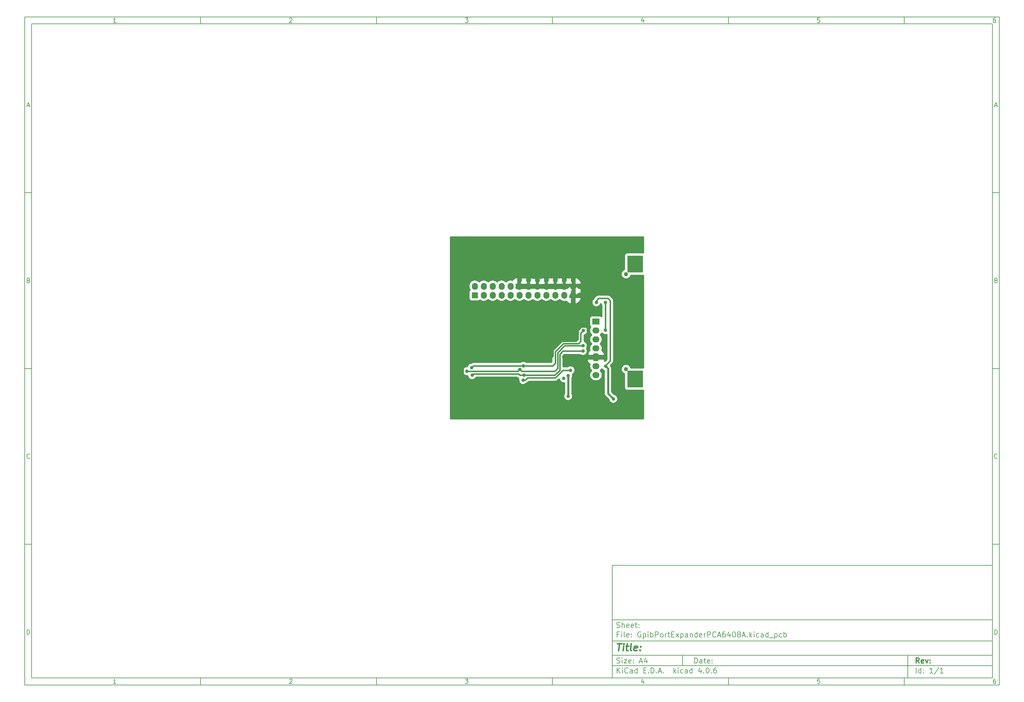
<source format=gbr>
G04 #@! TF.FileFunction,Copper,L2,Bot,Signal*
%FSLAX46Y46*%
G04 Gerber Fmt 4.6, Leading zero omitted, Abs format (unit mm)*
G04 Created by KiCad (PCBNEW 4.0.6) date 12/20/17 19:22:24*
%MOMM*%
%LPD*%
G01*
G04 APERTURE LIST*
%ADD10C,0.100000*%
%ADD11C,0.150000*%
%ADD12C,0.300000*%
%ADD13C,0.400000*%
%ADD14R,2.032000X1.727200*%
%ADD15O,2.032000X1.727200*%
%ADD16C,1.200000*%
%ADD17R,4.500000X4.850000*%
%ADD18R,1.727200X1.727200*%
%ADD19O,1.727200X2.000000*%
%ADD20O,1.727200X1.727200*%
%ADD21C,1.000000*%
%ADD22C,0.600000*%
%ADD23C,0.500000*%
G04 APERTURE END LIST*
D10*
D11*
X177002200Y-166007200D02*
X177002200Y-198007200D01*
X285002200Y-198007200D01*
X285002200Y-166007200D01*
X177002200Y-166007200D01*
D10*
D11*
X10000000Y-10000000D02*
X10000000Y-200007200D01*
X287002200Y-200007200D01*
X287002200Y-10000000D01*
X10000000Y-10000000D01*
D10*
D11*
X12000000Y-12000000D02*
X12000000Y-198007200D01*
X285002200Y-198007200D01*
X285002200Y-12000000D01*
X12000000Y-12000000D01*
D10*
D11*
X60000000Y-12000000D02*
X60000000Y-10000000D01*
D10*
D11*
X110000000Y-12000000D02*
X110000000Y-10000000D01*
D10*
D11*
X160000000Y-12000000D02*
X160000000Y-10000000D01*
D10*
D11*
X210000000Y-12000000D02*
X210000000Y-10000000D01*
D10*
D11*
X260000000Y-12000000D02*
X260000000Y-10000000D01*
D10*
D11*
X35990476Y-11588095D02*
X35247619Y-11588095D01*
X35619048Y-11588095D02*
X35619048Y-10288095D01*
X35495238Y-10473810D01*
X35371429Y-10597619D01*
X35247619Y-10659524D01*
D10*
D11*
X85247619Y-10411905D02*
X85309524Y-10350000D01*
X85433333Y-10288095D01*
X85742857Y-10288095D01*
X85866667Y-10350000D01*
X85928571Y-10411905D01*
X85990476Y-10535714D01*
X85990476Y-10659524D01*
X85928571Y-10845238D01*
X85185714Y-11588095D01*
X85990476Y-11588095D01*
D10*
D11*
X135185714Y-10288095D02*
X135990476Y-10288095D01*
X135557143Y-10783333D01*
X135742857Y-10783333D01*
X135866667Y-10845238D01*
X135928571Y-10907143D01*
X135990476Y-11030952D01*
X135990476Y-11340476D01*
X135928571Y-11464286D01*
X135866667Y-11526190D01*
X135742857Y-11588095D01*
X135371429Y-11588095D01*
X135247619Y-11526190D01*
X135185714Y-11464286D01*
D10*
D11*
X185866667Y-10721429D02*
X185866667Y-11588095D01*
X185557143Y-10226190D02*
X185247619Y-11154762D01*
X186052381Y-11154762D01*
D10*
D11*
X235928571Y-10288095D02*
X235309524Y-10288095D01*
X235247619Y-10907143D01*
X235309524Y-10845238D01*
X235433333Y-10783333D01*
X235742857Y-10783333D01*
X235866667Y-10845238D01*
X235928571Y-10907143D01*
X235990476Y-11030952D01*
X235990476Y-11340476D01*
X235928571Y-11464286D01*
X235866667Y-11526190D01*
X235742857Y-11588095D01*
X235433333Y-11588095D01*
X235309524Y-11526190D01*
X235247619Y-11464286D01*
D10*
D11*
X285866667Y-10288095D02*
X285619048Y-10288095D01*
X285495238Y-10350000D01*
X285433333Y-10411905D01*
X285309524Y-10597619D01*
X285247619Y-10845238D01*
X285247619Y-11340476D01*
X285309524Y-11464286D01*
X285371429Y-11526190D01*
X285495238Y-11588095D01*
X285742857Y-11588095D01*
X285866667Y-11526190D01*
X285928571Y-11464286D01*
X285990476Y-11340476D01*
X285990476Y-11030952D01*
X285928571Y-10907143D01*
X285866667Y-10845238D01*
X285742857Y-10783333D01*
X285495238Y-10783333D01*
X285371429Y-10845238D01*
X285309524Y-10907143D01*
X285247619Y-11030952D01*
D10*
D11*
X60000000Y-198007200D02*
X60000000Y-200007200D01*
D10*
D11*
X110000000Y-198007200D02*
X110000000Y-200007200D01*
D10*
D11*
X160000000Y-198007200D02*
X160000000Y-200007200D01*
D10*
D11*
X210000000Y-198007200D02*
X210000000Y-200007200D01*
D10*
D11*
X260000000Y-198007200D02*
X260000000Y-200007200D01*
D10*
D11*
X35990476Y-199595295D02*
X35247619Y-199595295D01*
X35619048Y-199595295D02*
X35619048Y-198295295D01*
X35495238Y-198481010D01*
X35371429Y-198604819D01*
X35247619Y-198666724D01*
D10*
D11*
X85247619Y-198419105D02*
X85309524Y-198357200D01*
X85433333Y-198295295D01*
X85742857Y-198295295D01*
X85866667Y-198357200D01*
X85928571Y-198419105D01*
X85990476Y-198542914D01*
X85990476Y-198666724D01*
X85928571Y-198852438D01*
X85185714Y-199595295D01*
X85990476Y-199595295D01*
D10*
D11*
X135185714Y-198295295D02*
X135990476Y-198295295D01*
X135557143Y-198790533D01*
X135742857Y-198790533D01*
X135866667Y-198852438D01*
X135928571Y-198914343D01*
X135990476Y-199038152D01*
X135990476Y-199347676D01*
X135928571Y-199471486D01*
X135866667Y-199533390D01*
X135742857Y-199595295D01*
X135371429Y-199595295D01*
X135247619Y-199533390D01*
X135185714Y-199471486D01*
D10*
D11*
X185866667Y-198728629D02*
X185866667Y-199595295D01*
X185557143Y-198233390D02*
X185247619Y-199161962D01*
X186052381Y-199161962D01*
D10*
D11*
X235928571Y-198295295D02*
X235309524Y-198295295D01*
X235247619Y-198914343D01*
X235309524Y-198852438D01*
X235433333Y-198790533D01*
X235742857Y-198790533D01*
X235866667Y-198852438D01*
X235928571Y-198914343D01*
X235990476Y-199038152D01*
X235990476Y-199347676D01*
X235928571Y-199471486D01*
X235866667Y-199533390D01*
X235742857Y-199595295D01*
X235433333Y-199595295D01*
X235309524Y-199533390D01*
X235247619Y-199471486D01*
D10*
D11*
X285866667Y-198295295D02*
X285619048Y-198295295D01*
X285495238Y-198357200D01*
X285433333Y-198419105D01*
X285309524Y-198604819D01*
X285247619Y-198852438D01*
X285247619Y-199347676D01*
X285309524Y-199471486D01*
X285371429Y-199533390D01*
X285495238Y-199595295D01*
X285742857Y-199595295D01*
X285866667Y-199533390D01*
X285928571Y-199471486D01*
X285990476Y-199347676D01*
X285990476Y-199038152D01*
X285928571Y-198914343D01*
X285866667Y-198852438D01*
X285742857Y-198790533D01*
X285495238Y-198790533D01*
X285371429Y-198852438D01*
X285309524Y-198914343D01*
X285247619Y-199038152D01*
D10*
D11*
X10000000Y-60000000D02*
X12000000Y-60000000D01*
D10*
D11*
X10000000Y-110000000D02*
X12000000Y-110000000D01*
D10*
D11*
X10000000Y-160000000D02*
X12000000Y-160000000D01*
D10*
D11*
X10690476Y-35216667D02*
X11309524Y-35216667D01*
X10566667Y-35588095D02*
X11000000Y-34288095D01*
X11433333Y-35588095D01*
D10*
D11*
X11092857Y-84907143D02*
X11278571Y-84969048D01*
X11340476Y-85030952D01*
X11402381Y-85154762D01*
X11402381Y-85340476D01*
X11340476Y-85464286D01*
X11278571Y-85526190D01*
X11154762Y-85588095D01*
X10659524Y-85588095D01*
X10659524Y-84288095D01*
X11092857Y-84288095D01*
X11216667Y-84350000D01*
X11278571Y-84411905D01*
X11340476Y-84535714D01*
X11340476Y-84659524D01*
X11278571Y-84783333D01*
X11216667Y-84845238D01*
X11092857Y-84907143D01*
X10659524Y-84907143D01*
D10*
D11*
X11402381Y-135464286D02*
X11340476Y-135526190D01*
X11154762Y-135588095D01*
X11030952Y-135588095D01*
X10845238Y-135526190D01*
X10721429Y-135402381D01*
X10659524Y-135278571D01*
X10597619Y-135030952D01*
X10597619Y-134845238D01*
X10659524Y-134597619D01*
X10721429Y-134473810D01*
X10845238Y-134350000D01*
X11030952Y-134288095D01*
X11154762Y-134288095D01*
X11340476Y-134350000D01*
X11402381Y-134411905D01*
D10*
D11*
X10659524Y-185588095D02*
X10659524Y-184288095D01*
X10969048Y-184288095D01*
X11154762Y-184350000D01*
X11278571Y-184473810D01*
X11340476Y-184597619D01*
X11402381Y-184845238D01*
X11402381Y-185030952D01*
X11340476Y-185278571D01*
X11278571Y-185402381D01*
X11154762Y-185526190D01*
X10969048Y-185588095D01*
X10659524Y-185588095D01*
D10*
D11*
X287002200Y-60000000D02*
X285002200Y-60000000D01*
D10*
D11*
X287002200Y-110000000D02*
X285002200Y-110000000D01*
D10*
D11*
X287002200Y-160000000D02*
X285002200Y-160000000D01*
D10*
D11*
X285692676Y-35216667D02*
X286311724Y-35216667D01*
X285568867Y-35588095D02*
X286002200Y-34288095D01*
X286435533Y-35588095D01*
D10*
D11*
X286095057Y-84907143D02*
X286280771Y-84969048D01*
X286342676Y-85030952D01*
X286404581Y-85154762D01*
X286404581Y-85340476D01*
X286342676Y-85464286D01*
X286280771Y-85526190D01*
X286156962Y-85588095D01*
X285661724Y-85588095D01*
X285661724Y-84288095D01*
X286095057Y-84288095D01*
X286218867Y-84350000D01*
X286280771Y-84411905D01*
X286342676Y-84535714D01*
X286342676Y-84659524D01*
X286280771Y-84783333D01*
X286218867Y-84845238D01*
X286095057Y-84907143D01*
X285661724Y-84907143D01*
D10*
D11*
X286404581Y-135464286D02*
X286342676Y-135526190D01*
X286156962Y-135588095D01*
X286033152Y-135588095D01*
X285847438Y-135526190D01*
X285723629Y-135402381D01*
X285661724Y-135278571D01*
X285599819Y-135030952D01*
X285599819Y-134845238D01*
X285661724Y-134597619D01*
X285723629Y-134473810D01*
X285847438Y-134350000D01*
X286033152Y-134288095D01*
X286156962Y-134288095D01*
X286342676Y-134350000D01*
X286404581Y-134411905D01*
D10*
D11*
X285661724Y-185588095D02*
X285661724Y-184288095D01*
X285971248Y-184288095D01*
X286156962Y-184350000D01*
X286280771Y-184473810D01*
X286342676Y-184597619D01*
X286404581Y-184845238D01*
X286404581Y-185030952D01*
X286342676Y-185278571D01*
X286280771Y-185402381D01*
X286156962Y-185526190D01*
X285971248Y-185588095D01*
X285661724Y-185588095D01*
D10*
D11*
X200359343Y-193785771D02*
X200359343Y-192285771D01*
X200716486Y-192285771D01*
X200930771Y-192357200D01*
X201073629Y-192500057D01*
X201145057Y-192642914D01*
X201216486Y-192928629D01*
X201216486Y-193142914D01*
X201145057Y-193428629D01*
X201073629Y-193571486D01*
X200930771Y-193714343D01*
X200716486Y-193785771D01*
X200359343Y-193785771D01*
X202502200Y-193785771D02*
X202502200Y-193000057D01*
X202430771Y-192857200D01*
X202287914Y-192785771D01*
X202002200Y-192785771D01*
X201859343Y-192857200D01*
X202502200Y-193714343D02*
X202359343Y-193785771D01*
X202002200Y-193785771D01*
X201859343Y-193714343D01*
X201787914Y-193571486D01*
X201787914Y-193428629D01*
X201859343Y-193285771D01*
X202002200Y-193214343D01*
X202359343Y-193214343D01*
X202502200Y-193142914D01*
X203002200Y-192785771D02*
X203573629Y-192785771D01*
X203216486Y-192285771D02*
X203216486Y-193571486D01*
X203287914Y-193714343D01*
X203430772Y-193785771D01*
X203573629Y-193785771D01*
X204645057Y-193714343D02*
X204502200Y-193785771D01*
X204216486Y-193785771D01*
X204073629Y-193714343D01*
X204002200Y-193571486D01*
X204002200Y-193000057D01*
X204073629Y-192857200D01*
X204216486Y-192785771D01*
X204502200Y-192785771D01*
X204645057Y-192857200D01*
X204716486Y-193000057D01*
X204716486Y-193142914D01*
X204002200Y-193285771D01*
X205359343Y-193642914D02*
X205430771Y-193714343D01*
X205359343Y-193785771D01*
X205287914Y-193714343D01*
X205359343Y-193642914D01*
X205359343Y-193785771D01*
X205359343Y-192857200D02*
X205430771Y-192928629D01*
X205359343Y-193000057D01*
X205287914Y-192928629D01*
X205359343Y-192857200D01*
X205359343Y-193000057D01*
D10*
D11*
X177002200Y-194507200D02*
X285002200Y-194507200D01*
D10*
D11*
X178359343Y-196585771D02*
X178359343Y-195085771D01*
X179216486Y-196585771D02*
X178573629Y-195728629D01*
X179216486Y-195085771D02*
X178359343Y-195942914D01*
X179859343Y-196585771D02*
X179859343Y-195585771D01*
X179859343Y-195085771D02*
X179787914Y-195157200D01*
X179859343Y-195228629D01*
X179930771Y-195157200D01*
X179859343Y-195085771D01*
X179859343Y-195228629D01*
X181430772Y-196442914D02*
X181359343Y-196514343D01*
X181145057Y-196585771D01*
X181002200Y-196585771D01*
X180787915Y-196514343D01*
X180645057Y-196371486D01*
X180573629Y-196228629D01*
X180502200Y-195942914D01*
X180502200Y-195728629D01*
X180573629Y-195442914D01*
X180645057Y-195300057D01*
X180787915Y-195157200D01*
X181002200Y-195085771D01*
X181145057Y-195085771D01*
X181359343Y-195157200D01*
X181430772Y-195228629D01*
X182716486Y-196585771D02*
X182716486Y-195800057D01*
X182645057Y-195657200D01*
X182502200Y-195585771D01*
X182216486Y-195585771D01*
X182073629Y-195657200D01*
X182716486Y-196514343D02*
X182573629Y-196585771D01*
X182216486Y-196585771D01*
X182073629Y-196514343D01*
X182002200Y-196371486D01*
X182002200Y-196228629D01*
X182073629Y-196085771D01*
X182216486Y-196014343D01*
X182573629Y-196014343D01*
X182716486Y-195942914D01*
X184073629Y-196585771D02*
X184073629Y-195085771D01*
X184073629Y-196514343D02*
X183930772Y-196585771D01*
X183645058Y-196585771D01*
X183502200Y-196514343D01*
X183430772Y-196442914D01*
X183359343Y-196300057D01*
X183359343Y-195871486D01*
X183430772Y-195728629D01*
X183502200Y-195657200D01*
X183645058Y-195585771D01*
X183930772Y-195585771D01*
X184073629Y-195657200D01*
X185930772Y-195800057D02*
X186430772Y-195800057D01*
X186645058Y-196585771D02*
X185930772Y-196585771D01*
X185930772Y-195085771D01*
X186645058Y-195085771D01*
X187287915Y-196442914D02*
X187359343Y-196514343D01*
X187287915Y-196585771D01*
X187216486Y-196514343D01*
X187287915Y-196442914D01*
X187287915Y-196585771D01*
X188002201Y-196585771D02*
X188002201Y-195085771D01*
X188359344Y-195085771D01*
X188573629Y-195157200D01*
X188716487Y-195300057D01*
X188787915Y-195442914D01*
X188859344Y-195728629D01*
X188859344Y-195942914D01*
X188787915Y-196228629D01*
X188716487Y-196371486D01*
X188573629Y-196514343D01*
X188359344Y-196585771D01*
X188002201Y-196585771D01*
X189502201Y-196442914D02*
X189573629Y-196514343D01*
X189502201Y-196585771D01*
X189430772Y-196514343D01*
X189502201Y-196442914D01*
X189502201Y-196585771D01*
X190145058Y-196157200D02*
X190859344Y-196157200D01*
X190002201Y-196585771D02*
X190502201Y-195085771D01*
X191002201Y-196585771D01*
X191502201Y-196442914D02*
X191573629Y-196514343D01*
X191502201Y-196585771D01*
X191430772Y-196514343D01*
X191502201Y-196442914D01*
X191502201Y-196585771D01*
X194502201Y-196585771D02*
X194502201Y-195085771D01*
X194645058Y-196014343D02*
X195073629Y-196585771D01*
X195073629Y-195585771D02*
X194502201Y-196157200D01*
X195716487Y-196585771D02*
X195716487Y-195585771D01*
X195716487Y-195085771D02*
X195645058Y-195157200D01*
X195716487Y-195228629D01*
X195787915Y-195157200D01*
X195716487Y-195085771D01*
X195716487Y-195228629D01*
X197073630Y-196514343D02*
X196930773Y-196585771D01*
X196645059Y-196585771D01*
X196502201Y-196514343D01*
X196430773Y-196442914D01*
X196359344Y-196300057D01*
X196359344Y-195871486D01*
X196430773Y-195728629D01*
X196502201Y-195657200D01*
X196645059Y-195585771D01*
X196930773Y-195585771D01*
X197073630Y-195657200D01*
X198359344Y-196585771D02*
X198359344Y-195800057D01*
X198287915Y-195657200D01*
X198145058Y-195585771D01*
X197859344Y-195585771D01*
X197716487Y-195657200D01*
X198359344Y-196514343D02*
X198216487Y-196585771D01*
X197859344Y-196585771D01*
X197716487Y-196514343D01*
X197645058Y-196371486D01*
X197645058Y-196228629D01*
X197716487Y-196085771D01*
X197859344Y-196014343D01*
X198216487Y-196014343D01*
X198359344Y-195942914D01*
X199716487Y-196585771D02*
X199716487Y-195085771D01*
X199716487Y-196514343D02*
X199573630Y-196585771D01*
X199287916Y-196585771D01*
X199145058Y-196514343D01*
X199073630Y-196442914D01*
X199002201Y-196300057D01*
X199002201Y-195871486D01*
X199073630Y-195728629D01*
X199145058Y-195657200D01*
X199287916Y-195585771D01*
X199573630Y-195585771D01*
X199716487Y-195657200D01*
X202216487Y-195585771D02*
X202216487Y-196585771D01*
X201859344Y-195014343D02*
X201502201Y-196085771D01*
X202430773Y-196085771D01*
X203002201Y-196442914D02*
X203073629Y-196514343D01*
X203002201Y-196585771D01*
X202930772Y-196514343D01*
X203002201Y-196442914D01*
X203002201Y-196585771D01*
X204002201Y-195085771D02*
X204145058Y-195085771D01*
X204287915Y-195157200D01*
X204359344Y-195228629D01*
X204430773Y-195371486D01*
X204502201Y-195657200D01*
X204502201Y-196014343D01*
X204430773Y-196300057D01*
X204359344Y-196442914D01*
X204287915Y-196514343D01*
X204145058Y-196585771D01*
X204002201Y-196585771D01*
X203859344Y-196514343D01*
X203787915Y-196442914D01*
X203716487Y-196300057D01*
X203645058Y-196014343D01*
X203645058Y-195657200D01*
X203716487Y-195371486D01*
X203787915Y-195228629D01*
X203859344Y-195157200D01*
X204002201Y-195085771D01*
X205145058Y-196442914D02*
X205216486Y-196514343D01*
X205145058Y-196585771D01*
X205073629Y-196514343D01*
X205145058Y-196442914D01*
X205145058Y-196585771D01*
X206502201Y-195085771D02*
X206216487Y-195085771D01*
X206073630Y-195157200D01*
X206002201Y-195228629D01*
X205859344Y-195442914D01*
X205787915Y-195728629D01*
X205787915Y-196300057D01*
X205859344Y-196442914D01*
X205930772Y-196514343D01*
X206073630Y-196585771D01*
X206359344Y-196585771D01*
X206502201Y-196514343D01*
X206573630Y-196442914D01*
X206645058Y-196300057D01*
X206645058Y-195942914D01*
X206573630Y-195800057D01*
X206502201Y-195728629D01*
X206359344Y-195657200D01*
X206073630Y-195657200D01*
X205930772Y-195728629D01*
X205859344Y-195800057D01*
X205787915Y-195942914D01*
D10*
D11*
X177002200Y-191507200D02*
X285002200Y-191507200D01*
D10*
D12*
X264216486Y-193785771D02*
X263716486Y-193071486D01*
X263359343Y-193785771D02*
X263359343Y-192285771D01*
X263930771Y-192285771D01*
X264073629Y-192357200D01*
X264145057Y-192428629D01*
X264216486Y-192571486D01*
X264216486Y-192785771D01*
X264145057Y-192928629D01*
X264073629Y-193000057D01*
X263930771Y-193071486D01*
X263359343Y-193071486D01*
X265430771Y-193714343D02*
X265287914Y-193785771D01*
X265002200Y-193785771D01*
X264859343Y-193714343D01*
X264787914Y-193571486D01*
X264787914Y-193000057D01*
X264859343Y-192857200D01*
X265002200Y-192785771D01*
X265287914Y-192785771D01*
X265430771Y-192857200D01*
X265502200Y-193000057D01*
X265502200Y-193142914D01*
X264787914Y-193285771D01*
X266002200Y-192785771D02*
X266359343Y-193785771D01*
X266716485Y-192785771D01*
X267287914Y-193642914D02*
X267359342Y-193714343D01*
X267287914Y-193785771D01*
X267216485Y-193714343D01*
X267287914Y-193642914D01*
X267287914Y-193785771D01*
X267287914Y-192857200D02*
X267359342Y-192928629D01*
X267287914Y-193000057D01*
X267216485Y-192928629D01*
X267287914Y-192857200D01*
X267287914Y-193000057D01*
D10*
D11*
X178287914Y-193714343D02*
X178502200Y-193785771D01*
X178859343Y-193785771D01*
X179002200Y-193714343D01*
X179073629Y-193642914D01*
X179145057Y-193500057D01*
X179145057Y-193357200D01*
X179073629Y-193214343D01*
X179002200Y-193142914D01*
X178859343Y-193071486D01*
X178573629Y-193000057D01*
X178430771Y-192928629D01*
X178359343Y-192857200D01*
X178287914Y-192714343D01*
X178287914Y-192571486D01*
X178359343Y-192428629D01*
X178430771Y-192357200D01*
X178573629Y-192285771D01*
X178930771Y-192285771D01*
X179145057Y-192357200D01*
X179787914Y-193785771D02*
X179787914Y-192785771D01*
X179787914Y-192285771D02*
X179716485Y-192357200D01*
X179787914Y-192428629D01*
X179859342Y-192357200D01*
X179787914Y-192285771D01*
X179787914Y-192428629D01*
X180359343Y-192785771D02*
X181145057Y-192785771D01*
X180359343Y-193785771D01*
X181145057Y-193785771D01*
X182287914Y-193714343D02*
X182145057Y-193785771D01*
X181859343Y-193785771D01*
X181716486Y-193714343D01*
X181645057Y-193571486D01*
X181645057Y-193000057D01*
X181716486Y-192857200D01*
X181859343Y-192785771D01*
X182145057Y-192785771D01*
X182287914Y-192857200D01*
X182359343Y-193000057D01*
X182359343Y-193142914D01*
X181645057Y-193285771D01*
X183002200Y-193642914D02*
X183073628Y-193714343D01*
X183002200Y-193785771D01*
X182930771Y-193714343D01*
X183002200Y-193642914D01*
X183002200Y-193785771D01*
X183002200Y-192857200D02*
X183073628Y-192928629D01*
X183002200Y-193000057D01*
X182930771Y-192928629D01*
X183002200Y-192857200D01*
X183002200Y-193000057D01*
X184787914Y-193357200D02*
X185502200Y-193357200D01*
X184645057Y-193785771D02*
X185145057Y-192285771D01*
X185645057Y-193785771D01*
X186787914Y-192785771D02*
X186787914Y-193785771D01*
X186430771Y-192214343D02*
X186073628Y-193285771D01*
X187002200Y-193285771D01*
D10*
D11*
X263359343Y-196585771D02*
X263359343Y-195085771D01*
X264716486Y-196585771D02*
X264716486Y-195085771D01*
X264716486Y-196514343D02*
X264573629Y-196585771D01*
X264287915Y-196585771D01*
X264145057Y-196514343D01*
X264073629Y-196442914D01*
X264002200Y-196300057D01*
X264002200Y-195871486D01*
X264073629Y-195728629D01*
X264145057Y-195657200D01*
X264287915Y-195585771D01*
X264573629Y-195585771D01*
X264716486Y-195657200D01*
X265430772Y-196442914D02*
X265502200Y-196514343D01*
X265430772Y-196585771D01*
X265359343Y-196514343D01*
X265430772Y-196442914D01*
X265430772Y-196585771D01*
X265430772Y-195657200D02*
X265502200Y-195728629D01*
X265430772Y-195800057D01*
X265359343Y-195728629D01*
X265430772Y-195657200D01*
X265430772Y-195800057D01*
X268073629Y-196585771D02*
X267216486Y-196585771D01*
X267645058Y-196585771D02*
X267645058Y-195085771D01*
X267502201Y-195300057D01*
X267359343Y-195442914D01*
X267216486Y-195514343D01*
X269787914Y-195014343D02*
X268502200Y-196942914D01*
X271073629Y-196585771D02*
X270216486Y-196585771D01*
X270645058Y-196585771D02*
X270645058Y-195085771D01*
X270502201Y-195300057D01*
X270359343Y-195442914D01*
X270216486Y-195514343D01*
D10*
D11*
X177002200Y-187507200D02*
X285002200Y-187507200D01*
D10*
D13*
X178454581Y-188211962D02*
X179597438Y-188211962D01*
X178776010Y-190211962D02*
X179026010Y-188211962D01*
X180014105Y-190211962D02*
X180180771Y-188878629D01*
X180264105Y-188211962D02*
X180156962Y-188307200D01*
X180240295Y-188402438D01*
X180347439Y-188307200D01*
X180264105Y-188211962D01*
X180240295Y-188402438D01*
X180847438Y-188878629D02*
X181609343Y-188878629D01*
X181216486Y-188211962D02*
X181002200Y-189926248D01*
X181073630Y-190116724D01*
X181252201Y-190211962D01*
X181442677Y-190211962D01*
X182395058Y-190211962D02*
X182216487Y-190116724D01*
X182145057Y-189926248D01*
X182359343Y-188211962D01*
X183930772Y-190116724D02*
X183728391Y-190211962D01*
X183347439Y-190211962D01*
X183168867Y-190116724D01*
X183097438Y-189926248D01*
X183192676Y-189164343D01*
X183311724Y-188973867D01*
X183514105Y-188878629D01*
X183895057Y-188878629D01*
X184073629Y-188973867D01*
X184145057Y-189164343D01*
X184121248Y-189354819D01*
X183145057Y-189545295D01*
X184895057Y-190021486D02*
X184978392Y-190116724D01*
X184871248Y-190211962D01*
X184787915Y-190116724D01*
X184895057Y-190021486D01*
X184871248Y-190211962D01*
X185026010Y-188973867D02*
X185109344Y-189069105D01*
X185002200Y-189164343D01*
X184918867Y-189069105D01*
X185026010Y-188973867D01*
X185002200Y-189164343D01*
D10*
D11*
X178859343Y-185600057D02*
X178359343Y-185600057D01*
X178359343Y-186385771D02*
X178359343Y-184885771D01*
X179073629Y-184885771D01*
X179645057Y-186385771D02*
X179645057Y-185385771D01*
X179645057Y-184885771D02*
X179573628Y-184957200D01*
X179645057Y-185028629D01*
X179716485Y-184957200D01*
X179645057Y-184885771D01*
X179645057Y-185028629D01*
X180573629Y-186385771D02*
X180430771Y-186314343D01*
X180359343Y-186171486D01*
X180359343Y-184885771D01*
X181716485Y-186314343D02*
X181573628Y-186385771D01*
X181287914Y-186385771D01*
X181145057Y-186314343D01*
X181073628Y-186171486D01*
X181073628Y-185600057D01*
X181145057Y-185457200D01*
X181287914Y-185385771D01*
X181573628Y-185385771D01*
X181716485Y-185457200D01*
X181787914Y-185600057D01*
X181787914Y-185742914D01*
X181073628Y-185885771D01*
X182430771Y-186242914D02*
X182502199Y-186314343D01*
X182430771Y-186385771D01*
X182359342Y-186314343D01*
X182430771Y-186242914D01*
X182430771Y-186385771D01*
X182430771Y-185457200D02*
X182502199Y-185528629D01*
X182430771Y-185600057D01*
X182359342Y-185528629D01*
X182430771Y-185457200D01*
X182430771Y-185600057D01*
X185073628Y-184957200D02*
X184930771Y-184885771D01*
X184716485Y-184885771D01*
X184502200Y-184957200D01*
X184359342Y-185100057D01*
X184287914Y-185242914D01*
X184216485Y-185528629D01*
X184216485Y-185742914D01*
X184287914Y-186028629D01*
X184359342Y-186171486D01*
X184502200Y-186314343D01*
X184716485Y-186385771D01*
X184859342Y-186385771D01*
X185073628Y-186314343D01*
X185145057Y-186242914D01*
X185145057Y-185742914D01*
X184859342Y-185742914D01*
X185787914Y-185385771D02*
X185787914Y-186885771D01*
X185787914Y-185457200D02*
X185930771Y-185385771D01*
X186216485Y-185385771D01*
X186359342Y-185457200D01*
X186430771Y-185528629D01*
X186502200Y-185671486D01*
X186502200Y-186100057D01*
X186430771Y-186242914D01*
X186359342Y-186314343D01*
X186216485Y-186385771D01*
X185930771Y-186385771D01*
X185787914Y-186314343D01*
X187145057Y-186385771D02*
X187145057Y-185385771D01*
X187145057Y-184885771D02*
X187073628Y-184957200D01*
X187145057Y-185028629D01*
X187216485Y-184957200D01*
X187145057Y-184885771D01*
X187145057Y-185028629D01*
X187859343Y-186385771D02*
X187859343Y-184885771D01*
X187859343Y-185457200D02*
X188002200Y-185385771D01*
X188287914Y-185385771D01*
X188430771Y-185457200D01*
X188502200Y-185528629D01*
X188573629Y-185671486D01*
X188573629Y-186100057D01*
X188502200Y-186242914D01*
X188430771Y-186314343D01*
X188287914Y-186385771D01*
X188002200Y-186385771D01*
X187859343Y-186314343D01*
X189216486Y-186385771D02*
X189216486Y-184885771D01*
X189787914Y-184885771D01*
X189930772Y-184957200D01*
X190002200Y-185028629D01*
X190073629Y-185171486D01*
X190073629Y-185385771D01*
X190002200Y-185528629D01*
X189930772Y-185600057D01*
X189787914Y-185671486D01*
X189216486Y-185671486D01*
X190930772Y-186385771D02*
X190787914Y-186314343D01*
X190716486Y-186242914D01*
X190645057Y-186100057D01*
X190645057Y-185671486D01*
X190716486Y-185528629D01*
X190787914Y-185457200D01*
X190930772Y-185385771D01*
X191145057Y-185385771D01*
X191287914Y-185457200D01*
X191359343Y-185528629D01*
X191430772Y-185671486D01*
X191430772Y-186100057D01*
X191359343Y-186242914D01*
X191287914Y-186314343D01*
X191145057Y-186385771D01*
X190930772Y-186385771D01*
X192073629Y-186385771D02*
X192073629Y-185385771D01*
X192073629Y-185671486D02*
X192145057Y-185528629D01*
X192216486Y-185457200D01*
X192359343Y-185385771D01*
X192502200Y-185385771D01*
X192787914Y-185385771D02*
X193359343Y-185385771D01*
X193002200Y-184885771D02*
X193002200Y-186171486D01*
X193073628Y-186314343D01*
X193216486Y-186385771D01*
X193359343Y-186385771D01*
X193859343Y-185600057D02*
X194359343Y-185600057D01*
X194573629Y-186385771D02*
X193859343Y-186385771D01*
X193859343Y-184885771D01*
X194573629Y-184885771D01*
X195073629Y-186385771D02*
X195859343Y-185385771D01*
X195073629Y-185385771D02*
X195859343Y-186385771D01*
X196430772Y-185385771D02*
X196430772Y-186885771D01*
X196430772Y-185457200D02*
X196573629Y-185385771D01*
X196859343Y-185385771D01*
X197002200Y-185457200D01*
X197073629Y-185528629D01*
X197145058Y-185671486D01*
X197145058Y-186100057D01*
X197073629Y-186242914D01*
X197002200Y-186314343D01*
X196859343Y-186385771D01*
X196573629Y-186385771D01*
X196430772Y-186314343D01*
X198430772Y-186385771D02*
X198430772Y-185600057D01*
X198359343Y-185457200D01*
X198216486Y-185385771D01*
X197930772Y-185385771D01*
X197787915Y-185457200D01*
X198430772Y-186314343D02*
X198287915Y-186385771D01*
X197930772Y-186385771D01*
X197787915Y-186314343D01*
X197716486Y-186171486D01*
X197716486Y-186028629D01*
X197787915Y-185885771D01*
X197930772Y-185814343D01*
X198287915Y-185814343D01*
X198430772Y-185742914D01*
X199145058Y-185385771D02*
X199145058Y-186385771D01*
X199145058Y-185528629D02*
X199216486Y-185457200D01*
X199359344Y-185385771D01*
X199573629Y-185385771D01*
X199716486Y-185457200D01*
X199787915Y-185600057D01*
X199787915Y-186385771D01*
X201145058Y-186385771D02*
X201145058Y-184885771D01*
X201145058Y-186314343D02*
X201002201Y-186385771D01*
X200716487Y-186385771D01*
X200573629Y-186314343D01*
X200502201Y-186242914D01*
X200430772Y-186100057D01*
X200430772Y-185671486D01*
X200502201Y-185528629D01*
X200573629Y-185457200D01*
X200716487Y-185385771D01*
X201002201Y-185385771D01*
X201145058Y-185457200D01*
X202430772Y-186314343D02*
X202287915Y-186385771D01*
X202002201Y-186385771D01*
X201859344Y-186314343D01*
X201787915Y-186171486D01*
X201787915Y-185600057D01*
X201859344Y-185457200D01*
X202002201Y-185385771D01*
X202287915Y-185385771D01*
X202430772Y-185457200D01*
X202502201Y-185600057D01*
X202502201Y-185742914D01*
X201787915Y-185885771D01*
X203145058Y-186385771D02*
X203145058Y-185385771D01*
X203145058Y-185671486D02*
X203216486Y-185528629D01*
X203287915Y-185457200D01*
X203430772Y-185385771D01*
X203573629Y-185385771D01*
X204073629Y-186385771D02*
X204073629Y-184885771D01*
X204645057Y-184885771D01*
X204787915Y-184957200D01*
X204859343Y-185028629D01*
X204930772Y-185171486D01*
X204930772Y-185385771D01*
X204859343Y-185528629D01*
X204787915Y-185600057D01*
X204645057Y-185671486D01*
X204073629Y-185671486D01*
X206430772Y-186242914D02*
X206359343Y-186314343D01*
X206145057Y-186385771D01*
X206002200Y-186385771D01*
X205787915Y-186314343D01*
X205645057Y-186171486D01*
X205573629Y-186028629D01*
X205502200Y-185742914D01*
X205502200Y-185528629D01*
X205573629Y-185242914D01*
X205645057Y-185100057D01*
X205787915Y-184957200D01*
X206002200Y-184885771D01*
X206145057Y-184885771D01*
X206359343Y-184957200D01*
X206430772Y-185028629D01*
X207002200Y-185957200D02*
X207716486Y-185957200D01*
X206859343Y-186385771D02*
X207359343Y-184885771D01*
X207859343Y-186385771D01*
X209002200Y-184885771D02*
X208716486Y-184885771D01*
X208573629Y-184957200D01*
X208502200Y-185028629D01*
X208359343Y-185242914D01*
X208287914Y-185528629D01*
X208287914Y-186100057D01*
X208359343Y-186242914D01*
X208430771Y-186314343D01*
X208573629Y-186385771D01*
X208859343Y-186385771D01*
X209002200Y-186314343D01*
X209073629Y-186242914D01*
X209145057Y-186100057D01*
X209145057Y-185742914D01*
X209073629Y-185600057D01*
X209002200Y-185528629D01*
X208859343Y-185457200D01*
X208573629Y-185457200D01*
X208430771Y-185528629D01*
X208359343Y-185600057D01*
X208287914Y-185742914D01*
X210430771Y-185385771D02*
X210430771Y-186385771D01*
X210073628Y-184814343D02*
X209716485Y-185885771D01*
X210645057Y-185885771D01*
X211502199Y-184885771D02*
X211645056Y-184885771D01*
X211787913Y-184957200D01*
X211859342Y-185028629D01*
X211930771Y-185171486D01*
X212002199Y-185457200D01*
X212002199Y-185814343D01*
X211930771Y-186100057D01*
X211859342Y-186242914D01*
X211787913Y-186314343D01*
X211645056Y-186385771D01*
X211502199Y-186385771D01*
X211359342Y-186314343D01*
X211287913Y-186242914D01*
X211216485Y-186100057D01*
X211145056Y-185814343D01*
X211145056Y-185457200D01*
X211216485Y-185171486D01*
X211287913Y-185028629D01*
X211359342Y-184957200D01*
X211502199Y-184885771D01*
X212859342Y-185528629D02*
X212716484Y-185457200D01*
X212645056Y-185385771D01*
X212573627Y-185242914D01*
X212573627Y-185171486D01*
X212645056Y-185028629D01*
X212716484Y-184957200D01*
X212859342Y-184885771D01*
X213145056Y-184885771D01*
X213287913Y-184957200D01*
X213359342Y-185028629D01*
X213430770Y-185171486D01*
X213430770Y-185242914D01*
X213359342Y-185385771D01*
X213287913Y-185457200D01*
X213145056Y-185528629D01*
X212859342Y-185528629D01*
X212716484Y-185600057D01*
X212645056Y-185671486D01*
X212573627Y-185814343D01*
X212573627Y-186100057D01*
X212645056Y-186242914D01*
X212716484Y-186314343D01*
X212859342Y-186385771D01*
X213145056Y-186385771D01*
X213287913Y-186314343D01*
X213359342Y-186242914D01*
X213430770Y-186100057D01*
X213430770Y-185814343D01*
X213359342Y-185671486D01*
X213287913Y-185600057D01*
X213145056Y-185528629D01*
X214002198Y-185957200D02*
X214716484Y-185957200D01*
X213859341Y-186385771D02*
X214359341Y-184885771D01*
X214859341Y-186385771D01*
X215359341Y-186242914D02*
X215430769Y-186314343D01*
X215359341Y-186385771D01*
X215287912Y-186314343D01*
X215359341Y-186242914D01*
X215359341Y-186385771D01*
X216073627Y-186385771D02*
X216073627Y-184885771D01*
X216216484Y-185814343D02*
X216645055Y-186385771D01*
X216645055Y-185385771D02*
X216073627Y-185957200D01*
X217287913Y-186385771D02*
X217287913Y-185385771D01*
X217287913Y-184885771D02*
X217216484Y-184957200D01*
X217287913Y-185028629D01*
X217359341Y-184957200D01*
X217287913Y-184885771D01*
X217287913Y-185028629D01*
X218645056Y-186314343D02*
X218502199Y-186385771D01*
X218216485Y-186385771D01*
X218073627Y-186314343D01*
X218002199Y-186242914D01*
X217930770Y-186100057D01*
X217930770Y-185671486D01*
X218002199Y-185528629D01*
X218073627Y-185457200D01*
X218216485Y-185385771D01*
X218502199Y-185385771D01*
X218645056Y-185457200D01*
X219930770Y-186385771D02*
X219930770Y-185600057D01*
X219859341Y-185457200D01*
X219716484Y-185385771D01*
X219430770Y-185385771D01*
X219287913Y-185457200D01*
X219930770Y-186314343D02*
X219787913Y-186385771D01*
X219430770Y-186385771D01*
X219287913Y-186314343D01*
X219216484Y-186171486D01*
X219216484Y-186028629D01*
X219287913Y-185885771D01*
X219430770Y-185814343D01*
X219787913Y-185814343D01*
X219930770Y-185742914D01*
X221287913Y-186385771D02*
X221287913Y-184885771D01*
X221287913Y-186314343D02*
X221145056Y-186385771D01*
X220859342Y-186385771D01*
X220716484Y-186314343D01*
X220645056Y-186242914D01*
X220573627Y-186100057D01*
X220573627Y-185671486D01*
X220645056Y-185528629D01*
X220716484Y-185457200D01*
X220859342Y-185385771D01*
X221145056Y-185385771D01*
X221287913Y-185457200D01*
X221645056Y-186528629D02*
X222787913Y-186528629D01*
X223145056Y-185385771D02*
X223145056Y-186885771D01*
X223145056Y-185457200D02*
X223287913Y-185385771D01*
X223573627Y-185385771D01*
X223716484Y-185457200D01*
X223787913Y-185528629D01*
X223859342Y-185671486D01*
X223859342Y-186100057D01*
X223787913Y-186242914D01*
X223716484Y-186314343D01*
X223573627Y-186385771D01*
X223287913Y-186385771D01*
X223145056Y-186314343D01*
X225145056Y-186314343D02*
X225002199Y-186385771D01*
X224716485Y-186385771D01*
X224573627Y-186314343D01*
X224502199Y-186242914D01*
X224430770Y-186100057D01*
X224430770Y-185671486D01*
X224502199Y-185528629D01*
X224573627Y-185457200D01*
X224716485Y-185385771D01*
X225002199Y-185385771D01*
X225145056Y-185457200D01*
X225787913Y-186385771D02*
X225787913Y-184885771D01*
X225787913Y-185457200D02*
X225930770Y-185385771D01*
X226216484Y-185385771D01*
X226359341Y-185457200D01*
X226430770Y-185528629D01*
X226502199Y-185671486D01*
X226502199Y-186100057D01*
X226430770Y-186242914D01*
X226359341Y-186314343D01*
X226216484Y-186385771D01*
X225930770Y-186385771D01*
X225787913Y-186314343D01*
D10*
D11*
X177002200Y-181507200D02*
X285002200Y-181507200D01*
D10*
D11*
X178287914Y-183614343D02*
X178502200Y-183685771D01*
X178859343Y-183685771D01*
X179002200Y-183614343D01*
X179073629Y-183542914D01*
X179145057Y-183400057D01*
X179145057Y-183257200D01*
X179073629Y-183114343D01*
X179002200Y-183042914D01*
X178859343Y-182971486D01*
X178573629Y-182900057D01*
X178430771Y-182828629D01*
X178359343Y-182757200D01*
X178287914Y-182614343D01*
X178287914Y-182471486D01*
X178359343Y-182328629D01*
X178430771Y-182257200D01*
X178573629Y-182185771D01*
X178930771Y-182185771D01*
X179145057Y-182257200D01*
X179787914Y-183685771D02*
X179787914Y-182185771D01*
X180430771Y-183685771D02*
X180430771Y-182900057D01*
X180359342Y-182757200D01*
X180216485Y-182685771D01*
X180002200Y-182685771D01*
X179859342Y-182757200D01*
X179787914Y-182828629D01*
X181716485Y-183614343D02*
X181573628Y-183685771D01*
X181287914Y-183685771D01*
X181145057Y-183614343D01*
X181073628Y-183471486D01*
X181073628Y-182900057D01*
X181145057Y-182757200D01*
X181287914Y-182685771D01*
X181573628Y-182685771D01*
X181716485Y-182757200D01*
X181787914Y-182900057D01*
X181787914Y-183042914D01*
X181073628Y-183185771D01*
X183002199Y-183614343D02*
X182859342Y-183685771D01*
X182573628Y-183685771D01*
X182430771Y-183614343D01*
X182359342Y-183471486D01*
X182359342Y-182900057D01*
X182430771Y-182757200D01*
X182573628Y-182685771D01*
X182859342Y-182685771D01*
X183002199Y-182757200D01*
X183073628Y-182900057D01*
X183073628Y-183042914D01*
X182359342Y-183185771D01*
X183502199Y-182685771D02*
X184073628Y-182685771D01*
X183716485Y-182185771D02*
X183716485Y-183471486D01*
X183787913Y-183614343D01*
X183930771Y-183685771D01*
X184073628Y-183685771D01*
X184573628Y-183542914D02*
X184645056Y-183614343D01*
X184573628Y-183685771D01*
X184502199Y-183614343D01*
X184573628Y-183542914D01*
X184573628Y-183685771D01*
X184573628Y-182757200D02*
X184645056Y-182828629D01*
X184573628Y-182900057D01*
X184502199Y-182828629D01*
X184573628Y-182757200D01*
X184573628Y-182900057D01*
D10*
D11*
X197002200Y-191507200D02*
X197002200Y-194507200D01*
D10*
D11*
X261002200Y-191507200D02*
X261002200Y-198007200D01*
D14*
X172339000Y-96647000D03*
D15*
X172339000Y-99187000D03*
X172339000Y-101727000D03*
X172339000Y-104267000D03*
X172339000Y-106807000D03*
X172339000Y-109347000D03*
X172339000Y-111887000D03*
D16*
X180905000Y-83164000D03*
X180905000Y-110164000D03*
D17*
X183505000Y-80314000D03*
X183505000Y-113014000D03*
D18*
X137922000Y-89154000D03*
D19*
X137922000Y-86614000D03*
X140462000Y-89154000D03*
X140462000Y-86614000D03*
X143002000Y-89154000D03*
X143002000Y-86614000D03*
X145542000Y-89154000D03*
X145542000Y-86614000D03*
X148082000Y-89154000D03*
X148082000Y-86614000D03*
X150622000Y-89154000D03*
X150622000Y-86614000D03*
X153162000Y-89154000D03*
X153162000Y-86614000D03*
X155702000Y-89154000D03*
D20*
X155702000Y-86614000D03*
D19*
X158242000Y-89154000D03*
X158242000Y-86614000D03*
X160782000Y-89154000D03*
X160782000Y-86614000D03*
X163322000Y-89154000D03*
X163322000Y-86614000D03*
X165862000Y-89154000D03*
X165862000Y-86614000D03*
D21*
X164465000Y-112014000D03*
X164465000Y-117856000D03*
X143129000Y-116332000D03*
X136398000Y-116332000D03*
X169672000Y-117856000D03*
X148082000Y-106934000D03*
X139192000Y-91948000D03*
X141859000Y-91948000D03*
X144780000Y-91948000D03*
X147447000Y-91948000D03*
X149860000Y-91821000D03*
X152400000Y-91821000D03*
X154940000Y-91948000D03*
X157353000Y-91948000D03*
X160147000Y-91948000D03*
X162941000Y-91948000D03*
X165862000Y-91948000D03*
X154940000Y-76962000D03*
X151003000Y-76962000D03*
X147320000Y-76962000D03*
X143256000Y-76962000D03*
X139700000Y-76835000D03*
X170307000Y-91948000D03*
X169672000Y-110617000D03*
X150241000Y-117094000D03*
X150241000Y-113665000D03*
X163195000Y-106680000D03*
X169672000Y-106807000D03*
X157861000Y-116459000D03*
X155067000Y-117094000D03*
X172466000Y-91186000D03*
X177292000Y-118618000D03*
X175133000Y-109347000D03*
X163195000Y-112776000D03*
X165100000Y-110490000D03*
X151638000Y-113284000D03*
X175006000Y-99060000D03*
X175006000Y-91186000D03*
X168783000Y-99187000D03*
X137033000Y-109728000D03*
X151765000Y-109220000D03*
X168656000Y-103505000D03*
X135636000Y-110744000D03*
X150749000Y-110236000D03*
X168656000Y-105029000D03*
X137160000Y-111887000D03*
X151892000Y-111887000D03*
D22*
X164465000Y-117856000D02*
X164465000Y-112014000D01*
X134493000Y-114427000D02*
X136398000Y-116332000D01*
X147447000Y-107569000D02*
X136271000Y-107569000D01*
X136271000Y-107569000D02*
X134493000Y-109347000D01*
X134493000Y-109347000D02*
X134493000Y-114427000D01*
X143129000Y-116332000D02*
X136398000Y-116332000D01*
X147447000Y-107569000D02*
X148082000Y-106934000D01*
X169672000Y-110617000D02*
X169672000Y-117856000D01*
X169926000Y-98552000D02*
X169926000Y-98425000D01*
X169926000Y-98425000D02*
X169545000Y-98044000D01*
X169545000Y-98044000D02*
X168275000Y-98044000D01*
X168275000Y-98044000D02*
X167132000Y-99187000D01*
X167132000Y-99187000D02*
X167132000Y-101600000D01*
X167132000Y-101600000D02*
X166624000Y-102108000D01*
X166624000Y-102108000D02*
X162687000Y-102108000D01*
X162687000Y-102108000D02*
X160020000Y-104775000D01*
X160020000Y-104775000D02*
X160020000Y-106426000D01*
X160020000Y-106426000D02*
X158877000Y-107569000D01*
X158877000Y-107569000D02*
X148717000Y-107569000D01*
X148717000Y-107569000D02*
X148082000Y-106934000D01*
X169926000Y-100838000D02*
X169926000Y-98552000D01*
X169926000Y-98552000D02*
X169926000Y-92329000D01*
X169926000Y-92329000D02*
X170307000Y-91948000D01*
X169672000Y-106807000D02*
X169672000Y-106680000D01*
X170307000Y-92075000D02*
X170307000Y-91948000D01*
X169926000Y-106426000D02*
X169926000Y-100838000D01*
X169926000Y-100838000D02*
X169926000Y-101092000D01*
X169672000Y-106680000D02*
X169926000Y-106426000D01*
X141859000Y-91948000D02*
X139192000Y-91948000D01*
X144780000Y-91948000D02*
X141859000Y-91948000D01*
X147447000Y-91948000D02*
X144780000Y-91948000D01*
X149860000Y-91821000D02*
X147574000Y-91821000D01*
X147574000Y-91821000D02*
X147447000Y-91948000D01*
X152400000Y-91821000D02*
X149860000Y-91821000D01*
X154940000Y-91948000D02*
X152527000Y-91948000D01*
X152527000Y-91948000D02*
X152400000Y-91821000D01*
X157353000Y-91948000D02*
X154940000Y-91948000D01*
X160147000Y-91948000D02*
X157353000Y-91948000D01*
X162941000Y-91948000D02*
X160147000Y-91948000D01*
X165862000Y-91948000D02*
X162941000Y-91948000D01*
X170307000Y-91948000D02*
X165862000Y-91948000D01*
X151003000Y-76962000D02*
X154940000Y-76962000D01*
X147320000Y-76962000D02*
X151003000Y-76962000D01*
X143256000Y-76962000D02*
X147320000Y-76962000D01*
X139700000Y-76835000D02*
X143129000Y-76835000D01*
X143129000Y-76835000D02*
X143256000Y-76962000D01*
X169672000Y-110617000D02*
X169672000Y-106807000D01*
D13*
X150241000Y-113665000D02*
X150241000Y-117094000D01*
D22*
X169672000Y-106807000D02*
X163322000Y-106807000D01*
X163322000Y-106807000D02*
X163195000Y-106680000D01*
D13*
X155702000Y-116459000D02*
X155067000Y-117094000D01*
X157861000Y-116459000D02*
X155702000Y-116459000D01*
D23*
X175133000Y-109347000D02*
X175133000Y-109093000D01*
D13*
X175133000Y-109093000D02*
X176403000Y-107823000D01*
X172466000Y-90678000D02*
X172466000Y-91186000D01*
X173101000Y-90043000D02*
X172466000Y-90678000D01*
X175768000Y-90043000D02*
X173101000Y-90043000D01*
X176403000Y-90678000D02*
X175768000Y-90043000D01*
X176403000Y-107823000D02*
X176403000Y-90678000D01*
D22*
X175133000Y-109347000D02*
X175768000Y-109982000D01*
X175768000Y-117094000D02*
X177292000Y-118618000D01*
X175768000Y-109982000D02*
X175768000Y-117094000D01*
D13*
X175133000Y-109347000D02*
X175260000Y-109220000D01*
X165100000Y-110490000D02*
X162941000Y-110490000D01*
X152273000Y-113284000D02*
X151638000Y-113284000D01*
X152908000Y-112649000D02*
X152273000Y-113284000D01*
X160782000Y-112649000D02*
X152908000Y-112649000D01*
X162941000Y-110490000D02*
X160782000Y-112649000D01*
X175006000Y-99060000D02*
X175006000Y-91186000D01*
X168021000Y-102235000D02*
X167386000Y-102870000D01*
X167386000Y-102870000D02*
X163068000Y-102870000D01*
X163068000Y-102870000D02*
X160782000Y-105156000D01*
X160782000Y-105156000D02*
X160782000Y-108458000D01*
X160782000Y-108458000D02*
X160020000Y-109220000D01*
X160020000Y-109220000D02*
X151765000Y-109220000D01*
X168021000Y-99949000D02*
X168021000Y-102235000D01*
X168783000Y-99187000D02*
X168021000Y-99949000D01*
X151765000Y-109220000D02*
X137541000Y-109220000D01*
X137541000Y-109220000D02*
X137033000Y-109728000D01*
X167894000Y-103505000D02*
X163449000Y-103505000D01*
X163449000Y-103505000D02*
X161451998Y-105502002D01*
X161451998Y-105502002D02*
X161451998Y-109947002D01*
X161451998Y-109947002D02*
X160655000Y-110744000D01*
X160655000Y-110744000D02*
X151257000Y-110744000D01*
X151257000Y-110744000D02*
X150749000Y-110236000D01*
X168656000Y-103505000D02*
X167894000Y-103505000D01*
X150114000Y-110744000D02*
X135636000Y-110744000D01*
X150749000Y-110236000D02*
X150622000Y-110236000D01*
X150622000Y-110236000D02*
X150114000Y-110744000D01*
X168656000Y-105029000D02*
X162941000Y-105029000D01*
X151892000Y-111887000D02*
X150749000Y-111887000D01*
X137541000Y-111506000D02*
X137160000Y-111887000D01*
X150368000Y-111506000D02*
X137541000Y-111506000D01*
X150749000Y-111887000D02*
X150368000Y-111506000D01*
X162941000Y-105029000D02*
X162052000Y-105918000D01*
X162052000Y-105918000D02*
X162052000Y-110490000D01*
X162052000Y-110490000D02*
X160655000Y-111887000D01*
X160655000Y-111887000D02*
X151892000Y-111887000D01*
D23*
X131060000Y-72640000D02*
X185805000Y-72640000D01*
X131060000Y-73040000D02*
X185805000Y-73040000D01*
X131060000Y-73440000D02*
X185805000Y-73440000D01*
X131060000Y-73840000D02*
X185805000Y-73840000D01*
X131060000Y-74240000D02*
X185805000Y-74240000D01*
X131060000Y-74640000D02*
X185805000Y-74640000D01*
X131060000Y-75040000D02*
X185805000Y-75040000D01*
X131060000Y-75440000D02*
X185805000Y-75440000D01*
X131060000Y-75840000D02*
X185805000Y-75840000D01*
X131060000Y-76240000D02*
X185805000Y-76240000D01*
X131060000Y-76640000D02*
X185805000Y-76640000D01*
X131060000Y-77040000D02*
X181161189Y-77040000D01*
X131060000Y-77440000D02*
X180533035Y-77440000D01*
X131060000Y-77840000D02*
X180398271Y-77840000D01*
X131060000Y-78240000D02*
X180388348Y-78240000D01*
X131060000Y-78640000D02*
X180388348Y-78640000D01*
X131060000Y-79040000D02*
X180388348Y-79040000D01*
X131060000Y-79440000D02*
X180388348Y-79440000D01*
X131060000Y-79840000D02*
X180388348Y-79840000D01*
X131060000Y-80240000D02*
X180388348Y-80240000D01*
X131060000Y-80640000D02*
X180388348Y-80640000D01*
X131060000Y-81040000D02*
X180388348Y-81040000D01*
X131060000Y-81440000D02*
X180388348Y-81440000D01*
X131060000Y-81840000D02*
X180312292Y-81840000D01*
X131060000Y-82240000D02*
X179778214Y-82240000D01*
X131060000Y-82640000D02*
X179552548Y-82640000D01*
X131060000Y-83040000D02*
X179455108Y-83040000D01*
X131060000Y-83440000D02*
X179454759Y-83440000D01*
X131060000Y-83840000D02*
X179615415Y-83840000D01*
X182194336Y-83840000D02*
X185805000Y-83840000D01*
X131060000Y-84240000D02*
X149324232Y-84240000D01*
X150069558Y-84240000D02*
X151174443Y-84240000D01*
X152609558Y-84240000D02*
X153714443Y-84240000D01*
X154459769Y-84240000D02*
X154620198Y-84240000D01*
X154992494Y-84240000D02*
X156411507Y-84240000D01*
X156783803Y-84240000D02*
X156944232Y-84240000D01*
X157689558Y-84240000D02*
X158794443Y-84240000D01*
X160229558Y-84240000D02*
X161334443Y-84240000D01*
X162769558Y-84240000D02*
X163874443Y-84240000D01*
X165309558Y-84240000D02*
X166414443Y-84240000D01*
X167159769Y-84240000D02*
X179930301Y-84240000D01*
X181879521Y-84240000D02*
X185805000Y-84240000D01*
X131060000Y-84640000D02*
X148834199Y-84640000D01*
X150190200Y-84640000D02*
X151053800Y-84640000D01*
X152730200Y-84640000D02*
X153593800Y-84640000D01*
X155270200Y-84640000D02*
X156133800Y-84640000D01*
X157810200Y-84640000D02*
X158673800Y-84640000D01*
X160350200Y-84640000D02*
X161213800Y-84640000D01*
X162890200Y-84640000D02*
X163753800Y-84640000D01*
X165430200Y-84640000D02*
X166293800Y-84640000D01*
X167649802Y-84640000D02*
X185805000Y-84640000D01*
X131060000Y-85040000D02*
X136994146Y-85040000D01*
X138849855Y-85040000D02*
X139534146Y-85040000D01*
X141389855Y-85040000D02*
X142074146Y-85040000D01*
X143929855Y-85040000D02*
X144614146Y-85040000D01*
X146469855Y-85040000D02*
X147154146Y-85040000D01*
X150190200Y-85040000D02*
X151035164Y-85040000D01*
X152748837Y-85040000D02*
X153593800Y-85040000D01*
X155288837Y-85040000D02*
X156115164Y-85040000D01*
X157810200Y-85040000D02*
X158655164Y-85040000D01*
X160368837Y-85040000D02*
X161195164Y-85040000D01*
X162908837Y-85040000D02*
X163735164Y-85040000D01*
X165448837Y-85040000D02*
X166293800Y-85040000D01*
X167988837Y-85040000D02*
X185805000Y-85040000D01*
X131060000Y-85440000D02*
X136569756Y-85440000D01*
X150190200Y-85440000D02*
X150820000Y-85440000D01*
X152964001Y-85440000D02*
X153420427Y-85440000D01*
X155504001Y-85440000D02*
X155900000Y-85440000D01*
X157983575Y-85440000D02*
X158440000Y-85440000D01*
X160584001Y-85440000D02*
X160980000Y-85440000D01*
X163124001Y-85440000D02*
X163520000Y-85440000D01*
X165664001Y-85440000D02*
X166293800Y-85440000D01*
X168204001Y-85440000D02*
X185805000Y-85440000D01*
X131060000Y-85840000D02*
X136328018Y-85840000D01*
X150190200Y-85840000D02*
X150781263Y-85840000D01*
X153002735Y-85840000D02*
X153270944Y-85840000D01*
X155542736Y-85840000D02*
X155861263Y-85840000D01*
X158133055Y-85840000D02*
X158401263Y-85840000D01*
X160622736Y-85840000D02*
X160941263Y-85840000D01*
X163162736Y-85840000D02*
X163481263Y-85840000D01*
X165702736Y-85840000D02*
X166293800Y-85840000D01*
X168242736Y-85840000D02*
X185805000Y-85840000D01*
X131060000Y-86240000D02*
X136248453Y-86240000D01*
X149758400Y-86240000D02*
X185805000Y-86240000D01*
X131060000Y-86640000D02*
X136208400Y-86640000D01*
X149795600Y-86640000D02*
X164811096Y-86640000D01*
X165148349Y-86640000D02*
X166575652Y-86640000D01*
X166912905Y-86640000D02*
X185805000Y-86640000D01*
X131060000Y-87040000D02*
X136258795Y-87040000D01*
X149758400Y-87040000D02*
X164245711Y-87040000D01*
X165430200Y-87040000D02*
X166293800Y-87040000D01*
X167478290Y-87040000D02*
X185805000Y-87040000D01*
X131060000Y-87440000D02*
X136338360Y-87440000D01*
X165748215Y-87440000D02*
X166293800Y-87440000D01*
X168288215Y-87440000D02*
X185805000Y-87440000D01*
X131060000Y-87840000D02*
X136337391Y-87840000D01*
X165636029Y-87840000D02*
X166293800Y-87840000D01*
X168176029Y-87840000D02*
X185805000Y-87840000D01*
X131060000Y-88240000D02*
X136201955Y-88240000D01*
X165430200Y-88240000D02*
X166293800Y-88240000D01*
X168343857Y-88240000D02*
X185805000Y-88240000D01*
X131060000Y-88640000D02*
X136191748Y-88640000D01*
X165430200Y-88640000D02*
X166293800Y-88640000D01*
X168015346Y-88640000D02*
X185805000Y-88640000D01*
X131060000Y-89040000D02*
X136191748Y-89040000D01*
X165249679Y-89040000D02*
X166474320Y-89040000D01*
X167096064Y-89040000D02*
X172864714Y-89040000D01*
X176004287Y-89040000D02*
X185805000Y-89040000D01*
X131060000Y-89440000D02*
X136191748Y-89440000D01*
X165013052Y-89440000D02*
X172219076Y-89440000D01*
X176649924Y-89440000D02*
X185805000Y-89440000D01*
X131060000Y-89840000D02*
X136191748Y-89840000D01*
X165430200Y-89840000D02*
X166293800Y-89840000D01*
X168165774Y-89840000D02*
X171819076Y-89840000D01*
X177049924Y-89840000D02*
X185805000Y-89840000D01*
X131060000Y-90240000D02*
X136233595Y-90240000D01*
X165430200Y-90240000D02*
X166293800Y-90240000D01*
X168251336Y-90240000D02*
X171502796Y-90240000D01*
X177348898Y-90240000D02*
X185805000Y-90240000D01*
X131060000Y-90640000D02*
X136463680Y-90640000D01*
X139388061Y-90640000D02*
X139402443Y-90640000D01*
X141521556Y-90640000D02*
X141942443Y-90640000D01*
X144061556Y-90640000D02*
X144482443Y-90640000D01*
X146601556Y-90640000D02*
X147022443Y-90640000D01*
X149141556Y-90640000D02*
X149562443Y-90640000D01*
X151681556Y-90640000D02*
X152102443Y-90640000D01*
X154221556Y-90640000D02*
X154642443Y-90640000D01*
X156761556Y-90640000D02*
X157182443Y-90640000D01*
X159301556Y-90640000D02*
X159722443Y-90640000D01*
X161841556Y-90640000D02*
X162262443Y-90640000D01*
X165430200Y-90640000D02*
X166293800Y-90640000D01*
X168036172Y-90640000D02*
X171230961Y-90640000D01*
X177445442Y-90640000D02*
X185805000Y-90640000D01*
X131060000Y-91040000D02*
X140460773Y-91040000D01*
X140463226Y-91040000D02*
X143000773Y-91040000D01*
X143003226Y-91040000D02*
X145540773Y-91040000D01*
X145543226Y-91040000D02*
X148080773Y-91040000D01*
X148083226Y-91040000D02*
X150620773Y-91040000D01*
X150623226Y-91040000D02*
X153160773Y-91040000D01*
X153163226Y-91040000D02*
X155700773Y-91040000D01*
X155703226Y-91040000D02*
X158240773Y-91040000D01*
X158243226Y-91040000D02*
X160780773Y-91040000D01*
X160783226Y-91040000D02*
X163320773Y-91040000D01*
X163323226Y-91040000D02*
X163966391Y-91040000D01*
X165430200Y-91040000D02*
X166293800Y-91040000D01*
X167757608Y-91040000D02*
X171116127Y-91040000D01*
X177453000Y-91040000D02*
X185805000Y-91040000D01*
X131060000Y-91440000D02*
X164456424Y-91440000D01*
X165410888Y-91440000D02*
X166313111Y-91440000D01*
X167267575Y-91440000D02*
X171115778Y-91440000D01*
X177453000Y-91440000D02*
X185805000Y-91440000D01*
X131060000Y-91840000D02*
X171275524Y-91840000D01*
X173656193Y-91840000D02*
X173815524Y-91840000D01*
X177453000Y-91840000D02*
X185805000Y-91840000D01*
X131060000Y-92240000D02*
X171610637Y-92240000D01*
X173321016Y-92240000D02*
X173956000Y-92240000D01*
X177453000Y-92240000D02*
X185805000Y-92240000D01*
X131060000Y-92640000D02*
X173956000Y-92640000D01*
X177453000Y-92640000D02*
X185805000Y-92640000D01*
X131060000Y-93040000D02*
X173956000Y-93040000D01*
X177453000Y-93040000D02*
X185805000Y-93040000D01*
X131060000Y-93440000D02*
X173956000Y-93440000D01*
X177453000Y-93440000D02*
X185805000Y-93440000D01*
X131060000Y-93840000D02*
X173956000Y-93840000D01*
X177453000Y-93840000D02*
X185805000Y-93840000D01*
X131060000Y-94240000D02*
X173956000Y-94240000D01*
X177453000Y-94240000D02*
X185805000Y-94240000D01*
X131060000Y-94640000D02*
X173956000Y-94640000D01*
X177453000Y-94640000D02*
X185805000Y-94640000D01*
X131060000Y-95040000D02*
X170908578Y-95040000D01*
X173772631Y-95040000D02*
X173956000Y-95040000D01*
X177453000Y-95040000D02*
X185805000Y-95040000D01*
X131060000Y-95440000D02*
X170528881Y-95440000D01*
X177453000Y-95440000D02*
X185805000Y-95440000D01*
X131060000Y-95840000D02*
X170456348Y-95840000D01*
X177453000Y-95840000D02*
X185805000Y-95840000D01*
X131060000Y-96240000D02*
X170456348Y-96240000D01*
X177453000Y-96240000D02*
X185805000Y-96240000D01*
X131060000Y-96640000D02*
X170456348Y-96640000D01*
X177453000Y-96640000D02*
X185805000Y-96640000D01*
X131060000Y-97040000D02*
X170456348Y-97040000D01*
X177453000Y-97040000D02*
X185805000Y-97040000D01*
X131060000Y-97440000D02*
X170456348Y-97440000D01*
X177453000Y-97440000D02*
X185805000Y-97440000D01*
X131060000Y-97840000D02*
X168507821Y-97840000D01*
X169059369Y-97840000D02*
X170524889Y-97840000D01*
X177453000Y-97840000D02*
X185805000Y-97840000D01*
X131060000Y-98240000D02*
X167820798Y-98240000D01*
X169745177Y-98240000D02*
X170761480Y-98240000D01*
X177453000Y-98240000D02*
X185805000Y-98240000D01*
X131060000Y-98640000D02*
X167548376Y-98640000D01*
X170017687Y-98640000D02*
X170545249Y-98640000D01*
X177453000Y-98640000D02*
X185805000Y-98640000D01*
X131060000Y-99040000D02*
X167433128Y-99040000D01*
X170133128Y-99040000D02*
X170465684Y-99040000D01*
X177453000Y-99040000D02*
X185805000Y-99040000D01*
X131060000Y-99440000D02*
X167122544Y-99440000D01*
X170132779Y-99440000D02*
X170486767Y-99440000D01*
X177453000Y-99440000D02*
X185805000Y-99440000D01*
X131060000Y-99840000D02*
X166992682Y-99840000D01*
X169973609Y-99840000D02*
X170566332Y-99840000D01*
X177453000Y-99840000D02*
X185805000Y-99840000D01*
X131060000Y-100240000D02*
X166971000Y-100240000D01*
X169639017Y-100240000D02*
X170832306Y-100240000D01*
X173845693Y-100240000D02*
X174327450Y-100240000D01*
X177453000Y-100240000D02*
X185805000Y-100240000D01*
X131060000Y-100640000D02*
X166971000Y-100640000D01*
X169071000Y-100640000D02*
X170855025Y-100640000D01*
X173822976Y-100640000D02*
X175353000Y-100640000D01*
X177453000Y-100640000D02*
X185805000Y-100640000D01*
X131060000Y-101040000D02*
X166971000Y-101040000D01*
X169071000Y-101040000D02*
X170587753Y-101040000D01*
X174090248Y-101040000D02*
X175353000Y-101040000D01*
X177453000Y-101040000D02*
X185805000Y-101040000D01*
X131060000Y-101440000D02*
X166971000Y-101440000D01*
X169071000Y-101440000D02*
X170493531Y-101440000D01*
X174184470Y-101440000D02*
X175353000Y-101440000D01*
X177453000Y-101440000D02*
X185805000Y-101440000D01*
X131060000Y-101840000D02*
X162967453Y-101840000D01*
X169071000Y-101840000D02*
X170458920Y-101840000D01*
X174219079Y-101840000D02*
X175353000Y-101840000D01*
X177453000Y-101840000D02*
X185805000Y-101840000D01*
X131060000Y-102240000D02*
X162213076Y-102240000D01*
X169129847Y-102240000D02*
X170538485Y-102240000D01*
X174139514Y-102240000D02*
X175353000Y-102240000D01*
X177453000Y-102240000D02*
X185805000Y-102240000D01*
X131060000Y-102640000D02*
X161813076Y-102640000D01*
X169700034Y-102640000D02*
X170738761Y-102640000D01*
X173939238Y-102640000D02*
X175353000Y-102640000D01*
X177453000Y-102640000D02*
X185805000Y-102640000D01*
X131060000Y-103040000D02*
X161413076Y-103040000D01*
X169924569Y-103040000D02*
X170961247Y-103040000D01*
X173716754Y-103040000D02*
X175353000Y-103040000D01*
X177453000Y-103040000D02*
X185805000Y-103040000D01*
X131060000Y-103440000D02*
X161013076Y-103440000D01*
X170006057Y-103440000D02*
X170681298Y-103440000D01*
X173996703Y-103440000D02*
X175353000Y-103440000D01*
X177453000Y-103440000D02*
X185805000Y-103440000D01*
X131060000Y-103840000D02*
X160613076Y-103840000D01*
X169978654Y-103840000D02*
X170521379Y-103840000D01*
X174156622Y-103840000D02*
X175353000Y-103840000D01*
X177453000Y-103840000D02*
X185805000Y-103840000D01*
X131060000Y-104240000D02*
X160213076Y-104240000D01*
X169812559Y-104240000D02*
X170441814Y-104240000D01*
X174236187Y-104240000D02*
X175353000Y-104240000D01*
X177453000Y-104240000D02*
X185805000Y-104240000D01*
X131060000Y-104640000D02*
X159888221Y-104640000D01*
X169955971Y-104640000D02*
X170510637Y-104640000D01*
X174167362Y-104640000D02*
X175353000Y-104640000D01*
X177453000Y-104640000D02*
X185805000Y-104640000D01*
X131060000Y-105040000D02*
X159755074Y-105040000D01*
X170005990Y-105040000D02*
X170333904Y-105040000D01*
X174344097Y-105040000D02*
X175353000Y-105040000D01*
X177453000Y-105040000D02*
X185805000Y-105040000D01*
X131060000Y-105440000D02*
X159732000Y-105440000D01*
X169947096Y-105440000D02*
X170005353Y-105440000D01*
X174672648Y-105440000D02*
X175353000Y-105440000D01*
X177453000Y-105440000D02*
X185805000Y-105440000D01*
X131060000Y-105840000D02*
X159732000Y-105840000D01*
X169754439Y-105840000D02*
X169771284Y-105840000D01*
X174906717Y-105840000D02*
X175353000Y-105840000D01*
X177453000Y-105840000D02*
X185805000Y-105840000D01*
X131060000Y-106240000D02*
X159732000Y-106240000D01*
X163214924Y-106240000D02*
X168052106Y-106240000D01*
X169260326Y-106240000D02*
X169936358Y-106240000D01*
X171831000Y-106240000D02*
X172847000Y-106240000D01*
X174741641Y-106240000D02*
X175353000Y-106240000D01*
X177453000Y-106240000D02*
X185805000Y-106240000D01*
X131060000Y-106640000D02*
X159732000Y-106640000D01*
X163102000Y-106640000D02*
X175353000Y-106640000D01*
X177453000Y-106640000D02*
X185805000Y-106640000D01*
X131060000Y-107040000D02*
X159732000Y-107040000D01*
X163102000Y-107040000D02*
X175353000Y-107040000D01*
X177453000Y-107040000D02*
X185805000Y-107040000D01*
X131060000Y-107440000D02*
X159732000Y-107440000D01*
X163102000Y-107440000D02*
X169879042Y-107440000D01*
X171831000Y-107440000D02*
X172847000Y-107440000D01*
X174798959Y-107440000D02*
X175301076Y-107440000D01*
X177453000Y-107440000D02*
X185805000Y-107440000D01*
X131060000Y-107840000D02*
X159732000Y-107840000D01*
X163102000Y-107840000D02*
X169801612Y-107840000D01*
X174876387Y-107840000D02*
X174901076Y-107840000D01*
X177449618Y-107840000D02*
X185805000Y-107840000D01*
X131060000Y-108240000D02*
X137189084Y-108240000D01*
X163102000Y-108240000D02*
X170059563Y-108240000D01*
X177362929Y-108240000D02*
X185805000Y-108240000D01*
X131060000Y-108640000D02*
X136212044Y-108640000D01*
X163102000Y-108640000D02*
X170388113Y-108640000D01*
X177070924Y-108640000D02*
X185805000Y-108640000D01*
X131060000Y-109040000D02*
X135856925Y-109040000D01*
X163102000Y-109040000D02*
X170497509Y-109040000D01*
X176670924Y-109040000D02*
X179978563Y-109040000D01*
X181831782Y-109040000D02*
X185805000Y-109040000D01*
X131060000Y-109440000D02*
X135256752Y-109440000D01*
X165959356Y-109440000D02*
X170454941Y-109440000D01*
X176762365Y-109440000D02*
X179635595Y-109440000D01*
X182174752Y-109440000D02*
X185805000Y-109440000D01*
X131060000Y-109840000D02*
X134630723Y-109840000D01*
X166292128Y-109840000D02*
X170534506Y-109840000D01*
X176889755Y-109840000D02*
X179469500Y-109840000D01*
X131060000Y-110240000D02*
X134383521Y-110240000D01*
X166450218Y-110240000D02*
X170725397Y-110240000D01*
X173952602Y-110240000D02*
X174116918Y-110240000D01*
X176918000Y-110240000D02*
X179454934Y-110240000D01*
X131060000Y-110640000D02*
X134286091Y-110640000D01*
X166449869Y-110640000D02*
X170991179Y-110640000D01*
X173686822Y-110640000D02*
X174618000Y-110640000D01*
X176918000Y-110640000D02*
X179532777Y-110640000D01*
X131060000Y-111040000D02*
X134297602Y-111040000D01*
X166333378Y-111040000D02*
X170694662Y-111040000D01*
X173983339Y-111040000D02*
X174618000Y-111040000D01*
X176918000Y-111040000D02*
X179730649Y-111040000D01*
X131060000Y-111440000D02*
X134462878Y-111440000D01*
X166059197Y-111440000D02*
X170525357Y-111440000D01*
X174152644Y-111440000D02*
X174618000Y-111440000D01*
X176918000Y-111440000D02*
X180196881Y-111440000D01*
X131060000Y-111840000D02*
X134822564Y-111840000D01*
X165815152Y-111840000D02*
X170445792Y-111840000D01*
X174232209Y-111840000D02*
X174618000Y-111840000D01*
X176918000Y-111840000D02*
X180388348Y-111840000D01*
X131060000Y-112240000D02*
X135845154Y-112240000D01*
X165814803Y-112240000D02*
X170506659Y-112240000D01*
X174171340Y-112240000D02*
X174618000Y-112240000D01*
X176918000Y-112240000D02*
X180388348Y-112240000D01*
X131060000Y-112640000D02*
X136010430Y-112640000D01*
X138309085Y-112640000D02*
X150022309Y-112640000D01*
X165666820Y-112640000D02*
X170631852Y-112640000D01*
X174046147Y-112640000D02*
X174618000Y-112640000D01*
X176918000Y-112640000D02*
X180388348Y-112640000D01*
X131060000Y-113040000D02*
X136416427Y-113040000D01*
X137904697Y-113040000D02*
X150288213Y-113040000D01*
X165615000Y-113040000D02*
X170899124Y-113040000D01*
X173778875Y-113040000D02*
X174618000Y-113040000D01*
X176918000Y-113040000D02*
X180388348Y-113040000D01*
X131060000Y-113440000D02*
X150287864Y-113440000D01*
X161451820Y-113440000D02*
X162008656Y-113440000D01*
X165615000Y-113440000D02*
X171449139Y-113440000D01*
X173228860Y-113440000D02*
X174618000Y-113440000D01*
X176918000Y-113440000D02*
X180388348Y-113440000D01*
X131060000Y-113840000D02*
X150407032Y-113840000D01*
X153201924Y-113840000D02*
X162349619Y-113840000D01*
X165615000Y-113840000D02*
X174618000Y-113840000D01*
X176918000Y-113840000D02*
X180388348Y-113840000D01*
X131060000Y-114240000D02*
X150684808Y-114240000D01*
X152695881Y-114240000D02*
X163315000Y-114240000D01*
X165615000Y-114240000D02*
X174618000Y-114240000D01*
X176918000Y-114240000D02*
X180388348Y-114240000D01*
X131060000Y-114640000D02*
X163315000Y-114640000D01*
X165615000Y-114640000D02*
X174618000Y-114640000D01*
X176918000Y-114640000D02*
X180388348Y-114640000D01*
X131060000Y-115040000D02*
X163315000Y-115040000D01*
X165615000Y-115040000D02*
X174618000Y-115040000D01*
X176918000Y-115040000D02*
X180388348Y-115040000D01*
X131060000Y-115440000D02*
X163315000Y-115440000D01*
X165615000Y-115440000D02*
X174618000Y-115440000D01*
X176918000Y-115440000D02*
X180388536Y-115440000D01*
X131060000Y-115840000D02*
X163315000Y-115840000D01*
X165615000Y-115840000D02*
X174618000Y-115840000D01*
X176918000Y-115840000D02*
X180502963Y-115840000D01*
X131060000Y-116240000D02*
X163315000Y-116240000D01*
X165615000Y-116240000D02*
X174618000Y-116240000D01*
X176918000Y-116240000D02*
X180930801Y-116240000D01*
X131060000Y-116640000D02*
X163315000Y-116640000D01*
X165615000Y-116640000D02*
X174618000Y-116640000D01*
X176940346Y-116640000D02*
X185805000Y-116640000D01*
X131060000Y-117040000D02*
X163315000Y-117040000D01*
X165615000Y-117040000D02*
X174618000Y-117040000D01*
X177340346Y-117040000D02*
X185805000Y-117040000D01*
X131060000Y-117440000D02*
X163175980Y-117440000D01*
X165753815Y-117440000D02*
X174686824Y-117440000D01*
X177975366Y-117440000D02*
X185805000Y-117440000D01*
X131060000Y-117840000D02*
X163115014Y-117840000D01*
X165815014Y-117840000D02*
X174909943Y-117840000D01*
X178422882Y-117840000D02*
X185805000Y-117840000D01*
X131060000Y-118240000D02*
X163162963Y-118240000D01*
X165767307Y-118240000D02*
X175287654Y-118240000D01*
X178596516Y-118240000D02*
X185805000Y-118240000D01*
X131060000Y-118640000D02*
X163340107Y-118640000D01*
X165590487Y-118640000D02*
X175687654Y-118640000D01*
X178641981Y-118640000D02*
X185805000Y-118640000D01*
X131060000Y-119040000D02*
X163796083Y-119040000D01*
X165134671Y-119040000D02*
X176005664Y-119040000D01*
X178578528Y-119040000D02*
X185805000Y-119040000D01*
X131060000Y-119440000D02*
X176205041Y-119440000D01*
X178379420Y-119440000D02*
X185805000Y-119440000D01*
X131060000Y-119840000D02*
X176714597Y-119840000D01*
X177869703Y-119840000D02*
X185805000Y-119840000D01*
X131060000Y-120240000D02*
X185805000Y-120240000D01*
X131060000Y-120640000D02*
X185805000Y-120640000D01*
X131060000Y-121040000D02*
X185805000Y-121040000D01*
X131060000Y-121440000D02*
X185805000Y-121440000D01*
X131060000Y-121840000D02*
X185805000Y-121840000D01*
X131060000Y-122240000D02*
X185805000Y-122240000D01*
X131060000Y-122640000D02*
X185805000Y-122640000D01*
X131060000Y-123040000D02*
X185805000Y-123040000D01*
X131060000Y-123440000D02*
X185805000Y-123440000D01*
X131060000Y-123840000D02*
X185805000Y-123840000D01*
X185805000Y-77032473D02*
X185755000Y-77022348D01*
X181255000Y-77022348D01*
X180940009Y-77081618D01*
X180650709Y-77267777D01*
X180456628Y-77551824D01*
X180388348Y-77889000D01*
X180388348Y-81808574D01*
X180084714Y-81934033D01*
X179676467Y-82341569D01*
X179455252Y-82874312D01*
X179454749Y-83451157D01*
X179675033Y-83984286D01*
X180082569Y-84392533D01*
X180615312Y-84613748D01*
X181192157Y-84614251D01*
X181725286Y-84393967D01*
X182133533Y-83986431D01*
X182291647Y-83605652D01*
X185755000Y-83605652D01*
X185805000Y-83596244D01*
X185805000Y-109732473D01*
X185755000Y-109722348D01*
X182291415Y-109722348D01*
X182134967Y-109343714D01*
X181727431Y-108935467D01*
X181194688Y-108714252D01*
X180617843Y-108713749D01*
X180084714Y-108934033D01*
X179676467Y-109341569D01*
X179455252Y-109874312D01*
X179454749Y-110451157D01*
X179675033Y-110984286D01*
X180082569Y-111392533D01*
X180388348Y-111519504D01*
X180388348Y-115439000D01*
X180447618Y-115753991D01*
X180633777Y-116043291D01*
X180917824Y-116237372D01*
X181255000Y-116305652D01*
X185755000Y-116305652D01*
X185805000Y-116296244D01*
X185805000Y-124210000D01*
X131060000Y-124210000D01*
X131060000Y-111011353D01*
X134285766Y-111011353D01*
X134490858Y-111507715D01*
X134870288Y-111887807D01*
X135366290Y-112093765D01*
X135809819Y-112094152D01*
X135809766Y-112154353D01*
X136014858Y-112650715D01*
X136394288Y-113030807D01*
X136890290Y-113236765D01*
X137427353Y-113237234D01*
X137923715Y-113032142D01*
X138303807Y-112652712D01*
X138343965Y-112556000D01*
X149933076Y-112556000D01*
X150006538Y-112629462D01*
X150347182Y-112857074D01*
X150353033Y-112858238D01*
X150288235Y-113014290D01*
X150287766Y-113551353D01*
X150492858Y-114047715D01*
X150872288Y-114427807D01*
X151368290Y-114633765D01*
X151905353Y-114634234D01*
X152401715Y-114429142D01*
X152552769Y-114278351D01*
X152674818Y-114254074D01*
X153015462Y-114026462D01*
X153342924Y-113699000D01*
X160782000Y-113699000D01*
X161183818Y-113619074D01*
X161524462Y-113391462D01*
X161852896Y-113063028D01*
X162049858Y-113539715D01*
X162429288Y-113919807D01*
X162925290Y-114125765D01*
X163315000Y-114126105D01*
X163315000Y-117105202D01*
X163115235Y-117586290D01*
X163114766Y-118123353D01*
X163319858Y-118619715D01*
X163699288Y-118999807D01*
X164195290Y-119205765D01*
X164732353Y-119206234D01*
X165228715Y-119001142D01*
X165608807Y-118621712D01*
X165814765Y-118125710D01*
X165815234Y-117588647D01*
X165615000Y-117104042D01*
X165615000Y-112764798D01*
X165814765Y-112283710D01*
X165815234Y-111746647D01*
X165782950Y-111668513D01*
X165863715Y-111635142D01*
X166243807Y-111255712D01*
X166449765Y-110759710D01*
X166450234Y-110222647D01*
X166245142Y-109726285D01*
X165865712Y-109346193D01*
X165369710Y-109140235D01*
X164832647Y-109139766D01*
X164336285Y-109344858D01*
X164240977Y-109440000D01*
X163102000Y-109440000D01*
X163102000Y-106352924D01*
X163375924Y-106079000D01*
X167796644Y-106079000D01*
X167890288Y-106172807D01*
X168386290Y-106378765D01*
X168923353Y-106379234D01*
X169419715Y-106174142D01*
X169785558Y-105808936D01*
X169708200Y-105977278D01*
X170053771Y-106375200D01*
X171831000Y-106375200D01*
X171831000Y-105943400D01*
X171963027Y-105943400D01*
X172150043Y-105980600D01*
X172527957Y-105980600D01*
X172714973Y-105943400D01*
X172847000Y-105943400D01*
X172847000Y-106375200D01*
X174624229Y-106375200D01*
X174969800Y-105977278D01*
X174786729Y-105578891D01*
X174142031Y-104793991D01*
X174137241Y-104791433D01*
X174241557Y-104267000D01*
X174111117Y-103611234D01*
X173739655Y-103055302D01*
X173652400Y-102997000D01*
X173739655Y-102938698D01*
X174111117Y-102382766D01*
X174241557Y-101727000D01*
X174111117Y-101071234D01*
X173739655Y-100515302D01*
X173652400Y-100457000D01*
X173739655Y-100398698D01*
X174018398Y-99981530D01*
X174240288Y-100203807D01*
X174736290Y-100409765D01*
X175273353Y-100410234D01*
X175353000Y-100377325D01*
X175353000Y-107388076D01*
X174855396Y-107885680D01*
X174969800Y-107636722D01*
X174624229Y-107238800D01*
X172847000Y-107238800D01*
X172847000Y-107670600D01*
X172714973Y-107670600D01*
X172527957Y-107633400D01*
X172150043Y-107633400D01*
X171963027Y-107670600D01*
X171831000Y-107670600D01*
X171831000Y-107238800D01*
X170053771Y-107238800D01*
X169708200Y-107636722D01*
X169891271Y-108035109D01*
X170535969Y-108820009D01*
X170540759Y-108822567D01*
X170436443Y-109347000D01*
X170566883Y-110002766D01*
X170938345Y-110558698D01*
X171025600Y-110617000D01*
X170938345Y-110675302D01*
X170566883Y-111231234D01*
X170436443Y-111887000D01*
X170566883Y-112542766D01*
X170938345Y-113098698D01*
X171494277Y-113470160D01*
X172150043Y-113600600D01*
X172527957Y-113600600D01*
X173183723Y-113470160D01*
X173739655Y-113098698D01*
X174111117Y-112542766D01*
X174241557Y-111887000D01*
X174111117Y-111231234D01*
X173739655Y-110675302D01*
X173652400Y-110617000D01*
X173739655Y-110558698D01*
X174018487Y-110141397D01*
X174367288Y-110490807D01*
X174618000Y-110594912D01*
X174618000Y-117094000D01*
X174705539Y-117534086D01*
X174954827Y-117907173D01*
X175947933Y-118900278D01*
X176146858Y-119381715D01*
X176526288Y-119761807D01*
X177022290Y-119967765D01*
X177559353Y-119968234D01*
X178055715Y-119763142D01*
X178435807Y-119383712D01*
X178641765Y-118887710D01*
X178642234Y-118350647D01*
X178437142Y-117854285D01*
X178057712Y-117474193D01*
X177573459Y-117273114D01*
X176918000Y-116617654D01*
X176918000Y-109982005D01*
X176918001Y-109982000D01*
X176841788Y-109598858D01*
X176830461Y-109541914D01*
X176581173Y-109168827D01*
X176561635Y-109149289D01*
X177145462Y-108565462D01*
X177373074Y-108224818D01*
X177453000Y-107823000D01*
X177453000Y-90678000D01*
X177373074Y-90276182D01*
X177145462Y-89935538D01*
X176510462Y-89300538D01*
X176169818Y-89072926D01*
X175768000Y-88993000D01*
X173101000Y-88993000D01*
X172699182Y-89072926D01*
X172465901Y-89228800D01*
X172358538Y-89300538D01*
X171723538Y-89935538D01*
X171554770Y-90188116D01*
X171322193Y-90420288D01*
X171116235Y-90916290D01*
X171115766Y-91453353D01*
X171320858Y-91949715D01*
X171700288Y-92329807D01*
X172196290Y-92535765D01*
X172733353Y-92536234D01*
X173229715Y-92331142D01*
X173609807Y-91951712D01*
X173736056Y-91647670D01*
X173860858Y-91949715D01*
X173956000Y-92045023D01*
X173956000Y-95165291D01*
X173692176Y-94985028D01*
X173355000Y-94916748D01*
X171323000Y-94916748D01*
X171008009Y-94976018D01*
X170718709Y-95162177D01*
X170524628Y-95446224D01*
X170456348Y-95783400D01*
X170456348Y-97510600D01*
X170515618Y-97825591D01*
X170701777Y-98114891D01*
X170800159Y-98182112D01*
X170566883Y-98531234D01*
X170436443Y-99187000D01*
X170566883Y-99842766D01*
X170938345Y-100398698D01*
X171025600Y-100457000D01*
X170938345Y-100515302D01*
X170566883Y-101071234D01*
X170436443Y-101727000D01*
X170566883Y-102382766D01*
X170938345Y-102938698D01*
X171025600Y-102997000D01*
X170938345Y-103055302D01*
X170566883Y-103611234D01*
X170436443Y-104267000D01*
X170540759Y-104791433D01*
X170535969Y-104793991D01*
X169891271Y-105578891D01*
X169872106Y-105620596D01*
X170005765Y-105298710D01*
X170006234Y-104761647D01*
X169801600Y-104266394D01*
X170005765Y-103774710D01*
X170006234Y-103237647D01*
X169801142Y-102741285D01*
X169421712Y-102361193D01*
X169071000Y-102215565D01*
X169071000Y-100528703D01*
X169546715Y-100332142D01*
X169926807Y-99952712D01*
X170132765Y-99456710D01*
X170133234Y-98919647D01*
X169928142Y-98423285D01*
X169548712Y-98043193D01*
X169052710Y-97837235D01*
X168515647Y-97836766D01*
X168019285Y-98041858D01*
X167639193Y-98421288D01*
X167433235Y-98917290D01*
X167433117Y-99051959D01*
X167278538Y-99206538D01*
X167050926Y-99547182D01*
X166971000Y-99949000D01*
X166971000Y-101800076D01*
X166951076Y-101820000D01*
X163068000Y-101820000D01*
X162666182Y-101899926D01*
X162325538Y-102127538D01*
X160039538Y-104413538D01*
X159811926Y-104754182D01*
X159732000Y-105156000D01*
X159732000Y-108023076D01*
X159585076Y-108170000D01*
X152624356Y-108170000D01*
X152530712Y-108076193D01*
X152034710Y-107870235D01*
X151497647Y-107869766D01*
X151001285Y-108074858D01*
X150905977Y-108170000D01*
X137541000Y-108170000D01*
X137139182Y-108249926D01*
X136947619Y-108377925D01*
X136765647Y-108377766D01*
X136269285Y-108582858D01*
X135889193Y-108962288D01*
X135709904Y-109394064D01*
X135368647Y-109393766D01*
X134872285Y-109598858D01*
X134492193Y-109978288D01*
X134286235Y-110474290D01*
X134285766Y-111011353D01*
X131060000Y-111011353D01*
X131060000Y-88290400D01*
X136191748Y-88290400D01*
X136191748Y-90017600D01*
X136251018Y-90332591D01*
X136437177Y-90621891D01*
X136721224Y-90815972D01*
X137058400Y-90884252D01*
X138785600Y-90884252D01*
X139100591Y-90824982D01*
X139389891Y-90638823D01*
X139393274Y-90633873D01*
X139806234Y-90909804D01*
X140462000Y-91040244D01*
X141117766Y-90909804D01*
X141673698Y-90538342D01*
X141732000Y-90451087D01*
X141790302Y-90538342D01*
X142346234Y-90909804D01*
X143002000Y-91040244D01*
X143657766Y-90909804D01*
X144213698Y-90538342D01*
X144272000Y-90451087D01*
X144330302Y-90538342D01*
X144886234Y-90909804D01*
X145542000Y-91040244D01*
X146197766Y-90909804D01*
X146753698Y-90538342D01*
X146812000Y-90451087D01*
X146870302Y-90538342D01*
X147426234Y-90909804D01*
X148082000Y-91040244D01*
X148737766Y-90909804D01*
X149293698Y-90538342D01*
X149352000Y-90451087D01*
X149410302Y-90538342D01*
X149966234Y-90909804D01*
X150622000Y-91040244D01*
X151277766Y-90909804D01*
X151833698Y-90538342D01*
X151892000Y-90451087D01*
X151950302Y-90538342D01*
X152506234Y-90909804D01*
X153162000Y-91040244D01*
X153817766Y-90909804D01*
X154373698Y-90538342D01*
X154432000Y-90451087D01*
X154490302Y-90538342D01*
X155046234Y-90909804D01*
X155702000Y-91040244D01*
X156357766Y-90909804D01*
X156913698Y-90538342D01*
X156972000Y-90451087D01*
X157030302Y-90538342D01*
X157586234Y-90909804D01*
X158242000Y-91040244D01*
X158897766Y-90909804D01*
X159453698Y-90538342D01*
X159512000Y-90451087D01*
X159570302Y-90538342D01*
X160126234Y-90909804D01*
X160782000Y-91040244D01*
X161437766Y-90909804D01*
X161993698Y-90538342D01*
X162052000Y-90451087D01*
X162110302Y-90538342D01*
X162666234Y-90909804D01*
X163322000Y-91040244D01*
X163846954Y-90935824D01*
X163853361Y-90947736D01*
X164640495Y-91590252D01*
X165032278Y-91768800D01*
X165430200Y-91423229D01*
X165430200Y-89654000D01*
X166293800Y-89654000D01*
X166293800Y-91423229D01*
X166691722Y-91768800D01*
X167083505Y-91590252D01*
X167870639Y-90947736D01*
X168351976Y-90052906D01*
X168003102Y-89654000D01*
X166293800Y-89654000D01*
X165430200Y-89654000D01*
X164998400Y-89654000D01*
X164998400Y-89513661D01*
X165035600Y-89326644D01*
X165035600Y-89225915D01*
X165430200Y-88883229D01*
X165430200Y-88222647D01*
X165811976Y-87512906D01*
X165463102Y-87114000D01*
X165430200Y-87114000D01*
X165430200Y-86884771D01*
X166293800Y-86884771D01*
X166293800Y-88883229D01*
X166691722Y-89228800D01*
X167083505Y-89050252D01*
X167568946Y-88654000D01*
X168003102Y-88654000D01*
X168351976Y-88255094D01*
X168152361Y-87884000D01*
X168351976Y-87512906D01*
X168003102Y-87114000D01*
X167568946Y-87114000D01*
X167083505Y-86717748D01*
X166691722Y-86539200D01*
X166293800Y-86884771D01*
X165430200Y-86884771D01*
X165032278Y-86539200D01*
X164640495Y-86717748D01*
X164155054Y-87114000D01*
X163720898Y-87114000D01*
X163547242Y-87312560D01*
X163322000Y-87267756D01*
X163096758Y-87312560D01*
X162923102Y-87114000D01*
X161180898Y-87114000D01*
X161007242Y-87312560D01*
X160782000Y-87267756D01*
X160556758Y-87312560D01*
X160383102Y-87114000D01*
X158640898Y-87114000D01*
X158467242Y-87312560D01*
X158242000Y-87267756D01*
X158061389Y-87303682D01*
X157842203Y-87045800D01*
X156133800Y-87045800D01*
X156133800Y-87114000D01*
X156100898Y-87114000D01*
X155927242Y-87312560D01*
X155702000Y-87267756D01*
X155476758Y-87312560D01*
X155303102Y-87114000D01*
X155270200Y-87114000D01*
X155270200Y-87045800D01*
X153561797Y-87045800D01*
X153342611Y-87303682D01*
X153162000Y-87267756D01*
X152936758Y-87312560D01*
X152763102Y-87114000D01*
X151020898Y-87114000D01*
X150847242Y-87312560D01*
X150622000Y-87267756D01*
X150190200Y-87353646D01*
X150190200Y-87114000D01*
X149758400Y-87114000D01*
X149758400Y-86973661D01*
X149795600Y-86786644D01*
X149795600Y-86441356D01*
X149758400Y-86254339D01*
X149758400Y-86114000D01*
X150190200Y-86114000D01*
X150190200Y-85715094D01*
X150672024Y-85715094D01*
X151020898Y-86114000D01*
X152763102Y-86114000D01*
X153051471Y-85784275D01*
X153223581Y-85784275D01*
X153561797Y-86182200D01*
X155270200Y-86182200D01*
X155270200Y-86114000D01*
X155303102Y-86114000D01*
X155651976Y-85715094D01*
X155752024Y-85715094D01*
X156100898Y-86114000D01*
X156133800Y-86114000D01*
X156133800Y-86182200D01*
X157842203Y-86182200D01*
X158180419Y-85784275D01*
X158140864Y-85715094D01*
X158292024Y-85715094D01*
X158640898Y-86114000D01*
X160383102Y-86114000D01*
X160731976Y-85715094D01*
X160832024Y-85715094D01*
X161180898Y-86114000D01*
X162923102Y-86114000D01*
X163271976Y-85715094D01*
X163372024Y-85715094D01*
X163720898Y-86114000D01*
X165463102Y-86114000D01*
X165811976Y-85715094D01*
X165430200Y-85005353D01*
X165430200Y-84344771D01*
X166293800Y-84344771D01*
X166293800Y-86114000D01*
X168003102Y-86114000D01*
X168351976Y-85715094D01*
X167870639Y-84820264D01*
X167083505Y-84177748D01*
X166691722Y-83999200D01*
X166293800Y-84344771D01*
X165430200Y-84344771D01*
X165032278Y-83999200D01*
X164640495Y-84177748D01*
X164592000Y-84217333D01*
X164543505Y-84177748D01*
X164151722Y-83999200D01*
X163753800Y-84344771D01*
X163753800Y-85005353D01*
X163372024Y-85715094D01*
X163271976Y-85715094D01*
X162890200Y-85005353D01*
X162890200Y-84344771D01*
X162492278Y-83999200D01*
X162100495Y-84177748D01*
X162052000Y-84217333D01*
X162003505Y-84177748D01*
X161611722Y-83999200D01*
X161213800Y-84344771D01*
X161213800Y-85005353D01*
X160832024Y-85715094D01*
X160731976Y-85715094D01*
X160350200Y-85005353D01*
X160350200Y-84344771D01*
X159952278Y-83999200D01*
X159560495Y-84177748D01*
X159512000Y-84217333D01*
X159463505Y-84177748D01*
X159071722Y-83999200D01*
X158673800Y-84344771D01*
X158673800Y-85005353D01*
X158292024Y-85715094D01*
X158140864Y-85715094D01*
X157810200Y-85136775D01*
X157810200Y-84344771D01*
X157412278Y-83999200D01*
X157020495Y-84177748D01*
X156885157Y-84288221D01*
X156867803Y-84274789D01*
X156531722Y-84135600D01*
X156133800Y-84481171D01*
X156133800Y-85005353D01*
X155752024Y-85715094D01*
X155651976Y-85715094D01*
X155270200Y-85005353D01*
X155270200Y-84481171D01*
X154872278Y-84135600D01*
X154536197Y-84274789D01*
X154518843Y-84288221D01*
X154383505Y-84177748D01*
X153991722Y-83999200D01*
X153593800Y-84344771D01*
X153593800Y-85136775D01*
X153223581Y-85784275D01*
X153051471Y-85784275D01*
X153111976Y-85715094D01*
X152730200Y-85005353D01*
X152730200Y-84344771D01*
X152332278Y-83999200D01*
X151940495Y-84177748D01*
X151892000Y-84217333D01*
X151843505Y-84177748D01*
X151451722Y-83999200D01*
X151053800Y-84344771D01*
X151053800Y-85005353D01*
X150672024Y-85715094D01*
X150190200Y-85715094D01*
X150190200Y-84344771D01*
X149792278Y-83999200D01*
X149400495Y-84177748D01*
X148613361Y-84820264D01*
X148606954Y-84832176D01*
X148082000Y-84727756D01*
X147426234Y-84858196D01*
X146870302Y-85229658D01*
X146812000Y-85316913D01*
X146753698Y-85229658D01*
X146197766Y-84858196D01*
X145542000Y-84727756D01*
X144886234Y-84858196D01*
X144330302Y-85229658D01*
X144272000Y-85316913D01*
X144213698Y-85229658D01*
X143657766Y-84858196D01*
X143002000Y-84727756D01*
X142346234Y-84858196D01*
X141790302Y-85229658D01*
X141732000Y-85316913D01*
X141673698Y-85229658D01*
X141117766Y-84858196D01*
X140462000Y-84727756D01*
X139806234Y-84858196D01*
X139250302Y-85229658D01*
X139192000Y-85316913D01*
X139133698Y-85229658D01*
X138577766Y-84858196D01*
X137922000Y-84727756D01*
X137266234Y-84858196D01*
X136710302Y-85229658D01*
X136338840Y-85785590D01*
X136208400Y-86441356D01*
X136208400Y-86786644D01*
X136338840Y-87442410D01*
X136479461Y-87652864D01*
X136454109Y-87669177D01*
X136260028Y-87953224D01*
X136191748Y-88290400D01*
X131060000Y-88290400D01*
X131060000Y-72640000D01*
X185805000Y-72640000D01*
X185805000Y-77032473D01*
M02*

</source>
